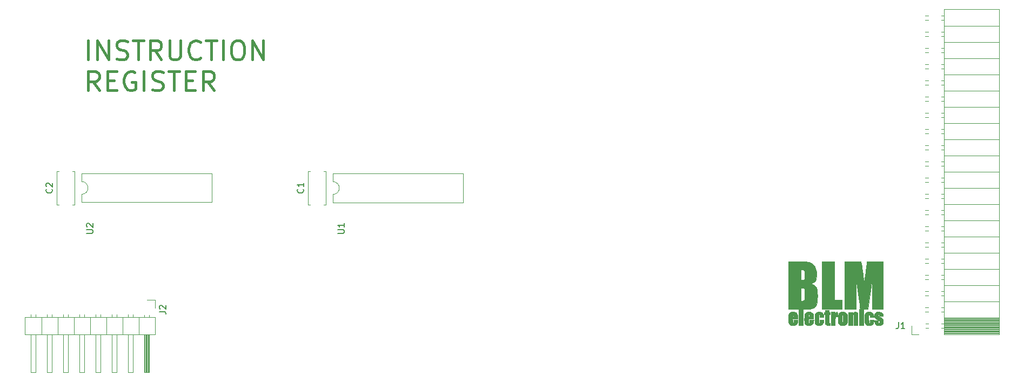
<source format=gbr>
%TF.GenerationSoftware,KiCad,Pcbnew,(6.0.1)*%
%TF.CreationDate,2022-03-28T18:22:40+02:00*%
%TF.ProjectId,InstructionRegister,496e7374-7275-4637-9469-6f6e52656769,rev?*%
%TF.SameCoordinates,Original*%
%TF.FileFunction,Legend,Top*%
%TF.FilePolarity,Positive*%
%FSLAX46Y46*%
G04 Gerber Fmt 4.6, Leading zero omitted, Abs format (unit mm)*
G04 Created by KiCad (PCBNEW (6.0.1)) date 2022-03-28 18:22:40*
%MOMM*%
%LPD*%
G01*
G04 APERTURE LIST*
%ADD10C,0.450000*%
%ADD11C,0.150000*%
%ADD12C,0.120000*%
%ADD13C,0.010000*%
G04 APERTURE END LIST*
D10*
X35296785Y-33232142D02*
X35296785Y-30232142D01*
X36725357Y-33232142D02*
X36725357Y-30232142D01*
X38439642Y-33232142D01*
X38439642Y-30232142D01*
X39725357Y-33089285D02*
X40153928Y-33232142D01*
X40868214Y-33232142D01*
X41153928Y-33089285D01*
X41296785Y-32946428D01*
X41439642Y-32660714D01*
X41439642Y-32375000D01*
X41296785Y-32089285D01*
X41153928Y-31946428D01*
X40868214Y-31803571D01*
X40296785Y-31660714D01*
X40011071Y-31517857D01*
X39868214Y-31375000D01*
X39725357Y-31089285D01*
X39725357Y-30803571D01*
X39868214Y-30517857D01*
X40011071Y-30375000D01*
X40296785Y-30232142D01*
X41011071Y-30232142D01*
X41439642Y-30375000D01*
X42296785Y-30232142D02*
X44011071Y-30232142D01*
X43153928Y-33232142D02*
X43153928Y-30232142D01*
X46725357Y-33232142D02*
X45725357Y-31803571D01*
X45011071Y-33232142D02*
X45011071Y-30232142D01*
X46153928Y-30232142D01*
X46439642Y-30375000D01*
X46582500Y-30517857D01*
X46725357Y-30803571D01*
X46725357Y-31232142D01*
X46582500Y-31517857D01*
X46439642Y-31660714D01*
X46153928Y-31803571D01*
X45011071Y-31803571D01*
X48011071Y-30232142D02*
X48011071Y-32660714D01*
X48153928Y-32946428D01*
X48296785Y-33089285D01*
X48582500Y-33232142D01*
X49153928Y-33232142D01*
X49439642Y-33089285D01*
X49582500Y-32946428D01*
X49725357Y-32660714D01*
X49725357Y-30232142D01*
X52868214Y-32946428D02*
X52725357Y-33089285D01*
X52296785Y-33232142D01*
X52011071Y-33232142D01*
X51582500Y-33089285D01*
X51296785Y-32803571D01*
X51153928Y-32517857D01*
X51011071Y-31946428D01*
X51011071Y-31517857D01*
X51153928Y-30946428D01*
X51296785Y-30660714D01*
X51582500Y-30375000D01*
X52011071Y-30232142D01*
X52296785Y-30232142D01*
X52725357Y-30375000D01*
X52868214Y-30517857D01*
X53725357Y-30232142D02*
X55439642Y-30232142D01*
X54582500Y-33232142D02*
X54582500Y-30232142D01*
X56439642Y-33232142D02*
X56439642Y-30232142D01*
X58439642Y-30232142D02*
X59011071Y-30232142D01*
X59296785Y-30375000D01*
X59582500Y-30660714D01*
X59725357Y-31232142D01*
X59725357Y-32232142D01*
X59582500Y-32803571D01*
X59296785Y-33089285D01*
X59011071Y-33232142D01*
X58439642Y-33232142D01*
X58153928Y-33089285D01*
X57868214Y-32803571D01*
X57725357Y-32232142D01*
X57725357Y-31232142D01*
X57868214Y-30660714D01*
X58153928Y-30375000D01*
X58439642Y-30232142D01*
X61011071Y-33232142D02*
X61011071Y-30232142D01*
X62725357Y-33232142D01*
X62725357Y-30232142D01*
X37011071Y-38062142D02*
X36011071Y-36633571D01*
X35296785Y-38062142D02*
X35296785Y-35062142D01*
X36439642Y-35062142D01*
X36725357Y-35205000D01*
X36868214Y-35347857D01*
X37011071Y-35633571D01*
X37011071Y-36062142D01*
X36868214Y-36347857D01*
X36725357Y-36490714D01*
X36439642Y-36633571D01*
X35296785Y-36633571D01*
X38296785Y-36490714D02*
X39296785Y-36490714D01*
X39725357Y-38062142D02*
X38296785Y-38062142D01*
X38296785Y-35062142D01*
X39725357Y-35062142D01*
X42582500Y-35205000D02*
X42296785Y-35062142D01*
X41868214Y-35062142D01*
X41439642Y-35205000D01*
X41153928Y-35490714D01*
X41011071Y-35776428D01*
X40868214Y-36347857D01*
X40868214Y-36776428D01*
X41011071Y-37347857D01*
X41153928Y-37633571D01*
X41439642Y-37919285D01*
X41868214Y-38062142D01*
X42153928Y-38062142D01*
X42582500Y-37919285D01*
X42725357Y-37776428D01*
X42725357Y-36776428D01*
X42153928Y-36776428D01*
X44011071Y-38062142D02*
X44011071Y-35062142D01*
X45296785Y-37919285D02*
X45725357Y-38062142D01*
X46439642Y-38062142D01*
X46725357Y-37919285D01*
X46868214Y-37776428D01*
X47011071Y-37490714D01*
X47011071Y-37205000D01*
X46868214Y-36919285D01*
X46725357Y-36776428D01*
X46439642Y-36633571D01*
X45868214Y-36490714D01*
X45582500Y-36347857D01*
X45439642Y-36205000D01*
X45296785Y-35919285D01*
X45296785Y-35633571D01*
X45439642Y-35347857D01*
X45582500Y-35205000D01*
X45868214Y-35062142D01*
X46582500Y-35062142D01*
X47011071Y-35205000D01*
X47868214Y-35062142D02*
X49582500Y-35062142D01*
X48725357Y-38062142D02*
X48725357Y-35062142D01*
X50582500Y-36490714D02*
X51582500Y-36490714D01*
X52011071Y-38062142D02*
X50582500Y-38062142D01*
X50582500Y-35062142D01*
X52011071Y-35062142D01*
X55011071Y-38062142D02*
X54011071Y-36633571D01*
X53296785Y-38062142D02*
X53296785Y-35062142D01*
X54439642Y-35062142D01*
X54725357Y-35205000D01*
X54868214Y-35347857D01*
X55011071Y-35633571D01*
X55011071Y-36062142D01*
X54868214Y-36347857D01*
X54725357Y-36490714D01*
X54439642Y-36633571D01*
X53296785Y-36633571D01*
D11*
%TO.C,C2*%
X29567142Y-53506666D02*
X29614761Y-53554285D01*
X29662380Y-53697142D01*
X29662380Y-53792380D01*
X29614761Y-53935238D01*
X29519523Y-54030476D01*
X29424285Y-54078095D01*
X29233809Y-54125714D01*
X29090952Y-54125714D01*
X28900476Y-54078095D01*
X28805238Y-54030476D01*
X28710000Y-53935238D01*
X28662380Y-53792380D01*
X28662380Y-53697142D01*
X28710000Y-53554285D01*
X28757619Y-53506666D01*
X28757619Y-53125714D02*
X28710000Y-53078095D01*
X28662380Y-52982857D01*
X28662380Y-52744761D01*
X28710000Y-52649523D01*
X28757619Y-52601904D01*
X28852857Y-52554285D01*
X28948095Y-52554285D01*
X29090952Y-52601904D01*
X29662380Y-53173333D01*
X29662380Y-52554285D01*
%TO.C,C1*%
X68937142Y-53506666D02*
X68984761Y-53554285D01*
X69032380Y-53697142D01*
X69032380Y-53792380D01*
X68984761Y-53935238D01*
X68889523Y-54030476D01*
X68794285Y-54078095D01*
X68603809Y-54125714D01*
X68460952Y-54125714D01*
X68270476Y-54078095D01*
X68175238Y-54030476D01*
X68080000Y-53935238D01*
X68032380Y-53792380D01*
X68032380Y-53697142D01*
X68080000Y-53554285D01*
X68127619Y-53506666D01*
X69032380Y-52554285D02*
X69032380Y-53125714D01*
X69032380Y-52840000D02*
X68032380Y-52840000D01*
X68175238Y-52935238D01*
X68270476Y-53030476D01*
X68318095Y-53125714D01*
%TO.C,U1*%
X74382380Y-60451904D02*
X75191904Y-60451904D01*
X75287142Y-60404285D01*
X75334761Y-60356666D01*
X75382380Y-60261428D01*
X75382380Y-60070952D01*
X75334761Y-59975714D01*
X75287142Y-59928095D01*
X75191904Y-59880476D01*
X74382380Y-59880476D01*
X75382380Y-58880476D02*
X75382380Y-59451904D01*
X75382380Y-59166190D02*
X74382380Y-59166190D01*
X74525238Y-59261428D01*
X74620476Y-59356666D01*
X74668095Y-59451904D01*
%TO.C,J2*%
X46442380Y-72723333D02*
X47156666Y-72723333D01*
X47299523Y-72770952D01*
X47394761Y-72866190D01*
X47442380Y-73009047D01*
X47442380Y-73104285D01*
X46537619Y-72294761D02*
X46490000Y-72247142D01*
X46442380Y-72151904D01*
X46442380Y-71913809D01*
X46490000Y-71818571D01*
X46537619Y-71770952D01*
X46632857Y-71723333D01*
X46728095Y-71723333D01*
X46870952Y-71770952D01*
X47442380Y-72342380D01*
X47442380Y-71723333D01*
%TO.C,J1*%
X162226666Y-74382380D02*
X162226666Y-75096666D01*
X162179047Y-75239523D01*
X162083809Y-75334761D01*
X161940952Y-75382380D01*
X161845714Y-75382380D01*
X163226666Y-75382380D02*
X162655238Y-75382380D01*
X162940952Y-75382380D02*
X162940952Y-74382380D01*
X162845714Y-74525238D01*
X162750476Y-74620476D01*
X162655238Y-74668095D01*
%TO.C,U2*%
X35012380Y-60451904D02*
X35821904Y-60451904D01*
X35917142Y-60404285D01*
X35964761Y-60356666D01*
X36012380Y-60261428D01*
X36012380Y-60070952D01*
X35964761Y-59975714D01*
X35917142Y-59928095D01*
X35821904Y-59880476D01*
X35012380Y-59880476D01*
X35107619Y-59451904D02*
X35060000Y-59404285D01*
X35012380Y-59309047D01*
X35012380Y-59070952D01*
X35060000Y-58975714D01*
X35107619Y-58928095D01*
X35202857Y-58880476D01*
X35298095Y-58880476D01*
X35440952Y-58928095D01*
X36012380Y-59499523D01*
X36012380Y-58880476D01*
D12*
%TO.C,C2*%
X30695000Y-50720000D02*
X30380000Y-50720000D01*
X33120000Y-50720000D02*
X33120000Y-55960000D01*
X33120000Y-50720000D02*
X32805000Y-50720000D01*
X30695000Y-55960000D02*
X30380000Y-55960000D01*
X33120000Y-55960000D02*
X32805000Y-55960000D01*
X30380000Y-50720000D02*
X30380000Y-55960000D01*
%TO.C,C1*%
X72490000Y-50760000D02*
X72490000Y-56000000D01*
X70065000Y-50760000D02*
X69750000Y-50760000D01*
X72490000Y-50760000D02*
X72175000Y-50760000D01*
X69750000Y-50760000D02*
X69750000Y-56000000D01*
X72490000Y-56000000D02*
X72175000Y-56000000D01*
X70065000Y-56000000D02*
X69750000Y-56000000D01*
%TO.C,U1*%
X73615000Y-55605000D02*
X94055000Y-55605000D01*
X73615000Y-51105000D02*
X73615000Y-52355000D01*
X94055000Y-55605000D02*
X94055000Y-51105000D01*
X73615000Y-54355000D02*
X73615000Y-55605000D01*
X94055000Y-51105000D02*
X73615000Y-51105000D01*
X73615000Y-54355000D02*
G75*
G03*
X73615000Y-52355000I0J1000000D01*
G01*
%TO.C,J2*%
X44290000Y-76260000D02*
X44290000Y-82260000D01*
X25340000Y-73600000D02*
X25340000Y-76260000D01*
X34670000Y-76260000D02*
X34670000Y-82260000D01*
X29590000Y-73202929D02*
X29590000Y-73600000D01*
X29590000Y-82260000D02*
X28830000Y-82260000D01*
X41530000Y-82260000D02*
X41530000Y-76260000D01*
X44770000Y-76260000D02*
X44770000Y-82260000D01*
X45720000Y-70890000D02*
X45720000Y-72160000D01*
X37210000Y-73202929D02*
X37210000Y-73600000D01*
X27050000Y-76260000D02*
X27050000Y-82260000D01*
X26290000Y-82260000D02*
X26290000Y-76260000D01*
X38990000Y-82260000D02*
X38990000Y-76260000D01*
X34670000Y-82260000D02*
X33910000Y-82260000D01*
X33020000Y-73600000D02*
X33020000Y-76260000D01*
X27050000Y-73202929D02*
X27050000Y-73600000D01*
X44650000Y-76260000D02*
X44650000Y-82260000D01*
X32130000Y-76260000D02*
X32130000Y-82260000D01*
X44170000Y-76260000D02*
X44170000Y-82260000D01*
X31370000Y-73202929D02*
X31370000Y-73600000D01*
X39750000Y-82260000D02*
X38990000Y-82260000D01*
X29590000Y-76260000D02*
X29590000Y-82260000D01*
X39750000Y-73202929D02*
X39750000Y-73600000D01*
X38990000Y-73202929D02*
X38990000Y-73600000D01*
X37210000Y-82260000D02*
X36450000Y-82260000D01*
X44070000Y-82260000D02*
X44070000Y-76260000D01*
X44830000Y-76260000D02*
X44830000Y-82260000D01*
X45780000Y-76260000D02*
X45780000Y-73600000D01*
X32130000Y-73202929D02*
X32130000Y-73600000D01*
X34670000Y-73202929D02*
X34670000Y-73600000D01*
X28830000Y-73202929D02*
X28830000Y-73600000D01*
X44410000Y-76260000D02*
X44410000Y-82260000D01*
X44830000Y-73270000D02*
X44830000Y-73600000D01*
X44530000Y-76260000D02*
X44530000Y-82260000D01*
X44830000Y-82260000D02*
X44070000Y-82260000D01*
X26290000Y-73202929D02*
X26290000Y-73600000D01*
X30480000Y-73600000D02*
X30480000Y-76260000D01*
X36450000Y-82260000D02*
X36450000Y-76260000D01*
X33910000Y-82260000D02*
X33910000Y-76260000D01*
X25340000Y-76260000D02*
X45780000Y-76260000D01*
X42290000Y-76260000D02*
X42290000Y-82260000D01*
X31370000Y-82260000D02*
X31370000Y-76260000D01*
X42290000Y-73202929D02*
X42290000Y-73600000D01*
X27940000Y-73600000D02*
X27940000Y-76260000D01*
X45780000Y-73600000D02*
X25340000Y-73600000D01*
X40640000Y-73600000D02*
X40640000Y-76260000D01*
X44070000Y-73270000D02*
X44070000Y-73600000D01*
X37210000Y-76260000D02*
X37210000Y-82260000D01*
X41530000Y-73202929D02*
X41530000Y-73600000D01*
X43180000Y-73600000D02*
X43180000Y-76260000D01*
X44450000Y-70890000D02*
X45720000Y-70890000D01*
X33910000Y-73202929D02*
X33910000Y-73600000D01*
X38100000Y-73600000D02*
X38100000Y-76260000D01*
X35560000Y-73600000D02*
X35560000Y-76260000D01*
X42290000Y-82260000D02*
X41530000Y-82260000D01*
X27050000Y-82260000D02*
X26290000Y-82260000D01*
X28830000Y-82260000D02*
X28830000Y-76260000D01*
X36450000Y-73202929D02*
X36450000Y-73600000D01*
X39750000Y-76260000D02*
X39750000Y-82260000D01*
X32130000Y-82260000D02*
X31370000Y-82260000D01*
%TO.C,J1*%
X169400000Y-54250000D02*
X168990000Y-54250000D01*
X169400000Y-62590000D02*
X168990000Y-62590000D01*
X178030000Y-50800000D02*
X169400000Y-50800000D01*
X169400000Y-72030000D02*
X168990000Y-72030000D01*
X166890000Y-49890000D02*
X166450000Y-49890000D01*
X178030000Y-58420000D02*
X169400000Y-58420000D01*
X178030000Y-73778100D02*
X169400000Y-73778100D01*
X178030000Y-74250480D02*
X169400000Y-74250480D01*
X169400000Y-49890000D02*
X168990000Y-49890000D01*
X166890000Y-65130000D02*
X166450000Y-65130000D01*
X166890000Y-41550000D02*
X166450000Y-41550000D01*
X166890000Y-67670000D02*
X166450000Y-67670000D01*
X169400000Y-72750000D02*
X168990000Y-72750000D01*
X178030000Y-66040000D02*
X169400000Y-66040000D01*
X166890000Y-49170000D02*
X166450000Y-49170000D01*
X169400000Y-69490000D02*
X168990000Y-69490000D01*
X178030000Y-75077145D02*
X169400000Y-75077145D01*
X166890000Y-70210000D02*
X166450000Y-70210000D01*
X178030000Y-60960000D02*
X169400000Y-60960000D01*
X169400000Y-31390000D02*
X168990000Y-31390000D01*
X166890000Y-56790000D02*
X166450000Y-56790000D01*
X169400000Y-61870000D02*
X168990000Y-61870000D01*
X178030000Y-74132385D02*
X169400000Y-74132385D01*
X166890000Y-44810000D02*
X166450000Y-44810000D01*
X169400000Y-41550000D02*
X168990000Y-41550000D01*
X178030000Y-33020000D02*
X169400000Y-33020000D01*
X178030000Y-30480000D02*
X169400000Y-30480000D01*
X178030000Y-74486670D02*
X169400000Y-74486670D01*
X178030000Y-73660000D02*
X169400000Y-73660000D01*
X166890000Y-54250000D02*
X166450000Y-54250000D01*
X164290000Y-76260000D02*
X164290000Y-74930000D01*
X166890000Y-64410000D02*
X166450000Y-64410000D01*
X178030000Y-48260000D02*
X169400000Y-48260000D01*
X178030000Y-75195240D02*
X169400000Y-75195240D01*
X169400000Y-56790000D02*
X168990000Y-56790000D01*
X178030000Y-74959050D02*
X169400000Y-74959050D01*
X178030000Y-25340000D02*
X169400000Y-25340000D01*
X166890000Y-39010000D02*
X166450000Y-39010000D01*
X166890000Y-26310000D02*
X166450000Y-26310000D01*
X169400000Y-49170000D02*
X168990000Y-49170000D01*
X178030000Y-27940000D02*
X169400000Y-27940000D01*
X169400000Y-34650000D02*
X168990000Y-34650000D01*
X178030000Y-75431430D02*
X169400000Y-75431430D01*
X178030000Y-76140000D02*
X169400000Y-76140000D01*
X166890000Y-29570000D02*
X166450000Y-29570000D01*
X166890000Y-54970000D02*
X166450000Y-54970000D01*
X178030000Y-53340000D02*
X169400000Y-53340000D01*
X178030000Y-75549525D02*
X169400000Y-75549525D01*
X178030000Y-76021905D02*
X169400000Y-76021905D01*
X166890000Y-47350000D02*
X166450000Y-47350000D01*
X178030000Y-74014290D02*
X169400000Y-74014290D01*
X169400000Y-28850000D02*
X168990000Y-28850000D01*
X166890000Y-39730000D02*
X166450000Y-39730000D01*
X169400000Y-32110000D02*
X168990000Y-32110000D01*
X166890000Y-51710000D02*
X166450000Y-51710000D01*
X169400000Y-26310000D02*
X168990000Y-26310000D01*
X169400000Y-36470000D02*
X168990000Y-36470000D01*
X166890000Y-59330000D02*
X166450000Y-59330000D01*
X166890000Y-74570000D02*
X166510000Y-74570000D01*
X169400000Y-64410000D02*
X168990000Y-64410000D01*
X166890000Y-66950000D02*
X166450000Y-66950000D01*
X166890000Y-34650000D02*
X166450000Y-34650000D01*
X169400000Y-37190000D02*
X168990000Y-37190000D01*
X169400000Y-76260000D02*
X169400000Y-25340000D01*
X169400000Y-44090000D02*
X168990000Y-44090000D01*
X169400000Y-44810000D02*
X168990000Y-44810000D01*
X169400000Y-66950000D02*
X168990000Y-66950000D01*
X166890000Y-36470000D02*
X166450000Y-36470000D01*
X178030000Y-75313335D02*
X169400000Y-75313335D01*
X169400000Y-59330000D02*
X168990000Y-59330000D01*
X178030000Y-45720000D02*
X169400000Y-45720000D01*
X165400000Y-76260000D02*
X164290000Y-76260000D01*
X178030000Y-74722860D02*
X169400000Y-74722860D01*
X166890000Y-44090000D02*
X166450000Y-44090000D01*
X166890000Y-52430000D02*
X166450000Y-52430000D01*
X169400000Y-60050000D02*
X168990000Y-60050000D01*
X166890000Y-28850000D02*
X166450000Y-28850000D01*
X166890000Y-31390000D02*
X166450000Y-31390000D01*
X169400000Y-74570000D02*
X168990000Y-74570000D01*
X178030000Y-75667620D02*
X169400000Y-75667620D01*
X169400000Y-75290000D02*
X168990000Y-75290000D01*
X178030000Y-55880000D02*
X169400000Y-55880000D01*
X178030000Y-43180000D02*
X169400000Y-43180000D01*
X169400000Y-29570000D02*
X168990000Y-29570000D01*
X166890000Y-72030000D02*
X166450000Y-72030000D01*
X178030000Y-35560000D02*
X169400000Y-35560000D01*
X166890000Y-72750000D02*
X166450000Y-72750000D01*
X178030000Y-38100000D02*
X169400000Y-38100000D01*
X169400000Y-39730000D02*
X168990000Y-39730000D01*
X178030000Y-74604765D02*
X169400000Y-74604765D01*
X166890000Y-33930000D02*
X166450000Y-33930000D01*
X166890000Y-62590000D02*
X166450000Y-62590000D01*
X178030000Y-71120000D02*
X169400000Y-71120000D01*
X178030000Y-76260000D02*
X178030000Y-25340000D01*
X178030000Y-76260000D02*
X169400000Y-76260000D01*
X169400000Y-54970000D02*
X168990000Y-54970000D01*
X169400000Y-70210000D02*
X168990000Y-70210000D01*
X166890000Y-32110000D02*
X166450000Y-32110000D01*
X166890000Y-61870000D02*
X166450000Y-61870000D01*
X178030000Y-63500000D02*
X169400000Y-63500000D01*
X178030000Y-74368575D02*
X169400000Y-74368575D01*
X178030000Y-75903810D02*
X169400000Y-75903810D01*
X169400000Y-33930000D02*
X168990000Y-33930000D01*
X178030000Y-73896195D02*
X169400000Y-73896195D01*
X169400000Y-57510000D02*
X168990000Y-57510000D01*
X169400000Y-67670000D02*
X168990000Y-67670000D01*
X166890000Y-42270000D02*
X166450000Y-42270000D01*
X169400000Y-65130000D02*
X168990000Y-65130000D01*
X166890000Y-37190000D02*
X166450000Y-37190000D01*
X169400000Y-52430000D02*
X168990000Y-52430000D01*
X166890000Y-69490000D02*
X166450000Y-69490000D01*
X169400000Y-46630000D02*
X168990000Y-46630000D01*
X169400000Y-27030000D02*
X168990000Y-27030000D01*
X169400000Y-39010000D02*
X168990000Y-39010000D01*
X166890000Y-57510000D02*
X166450000Y-57510000D01*
X169400000Y-42270000D02*
X168990000Y-42270000D01*
X166890000Y-46630000D02*
X166450000Y-46630000D01*
X166890000Y-27030000D02*
X166450000Y-27030000D01*
X166890000Y-75290000D02*
X166510000Y-75290000D01*
X178030000Y-68580000D02*
X169400000Y-68580000D01*
X166890000Y-60050000D02*
X166450000Y-60050000D01*
X169400000Y-51710000D02*
X168990000Y-51710000D01*
X178030000Y-75785715D02*
X169400000Y-75785715D01*
X178030000Y-74840955D02*
X169400000Y-74840955D01*
X178030000Y-40640000D02*
X169400000Y-40640000D01*
X169400000Y-47350000D02*
X168990000Y-47350000D01*
%TO.C,U2*%
X34230000Y-51090000D02*
X34230000Y-52340000D01*
X34230000Y-54340000D02*
X34230000Y-55590000D01*
X54670000Y-51090000D02*
X34230000Y-51090000D01*
X34230000Y-55590000D02*
X54670000Y-55590000D01*
X54670000Y-55590000D02*
X54670000Y-51090000D01*
X34230000Y-54340000D02*
G75*
G03*
X34230000Y-52340000I0J1000000D01*
G01*
D13*
%TO.C,G\u002A\u002A\u002A*%
X156718000Y-74853800D02*
X156083000Y-74853800D01*
X156083000Y-74853800D02*
X156083000Y-72771000D01*
X156083000Y-72771000D02*
X156718000Y-72771000D01*
X156718000Y-72771000D02*
X156718000Y-74853800D01*
X156718000Y-74853800D02*
X156718000Y-74853800D01*
G36*
X156718000Y-74853800D02*
G01*
X156083000Y-74853800D01*
X156083000Y-72771000D01*
X156718000Y-72771000D01*
X156718000Y-74853800D01*
G37*
X156718000Y-74853800D02*
X156083000Y-74853800D01*
X156083000Y-72771000D01*
X156718000Y-72771000D01*
X156718000Y-74853800D01*
X152171400Y-70840600D02*
X153365200Y-70840600D01*
X153365200Y-70840600D02*
X153365200Y-72339200D01*
X153365200Y-72339200D02*
X150215600Y-72339200D01*
X150215600Y-72339200D02*
X150215600Y-64846200D01*
X150215600Y-64846200D02*
X152171400Y-64846200D01*
X152171400Y-64846200D02*
X152171400Y-70840600D01*
X152171400Y-70840600D02*
X152171400Y-70840600D01*
G36*
X152171400Y-70840600D02*
G01*
X153365200Y-70840600D01*
X153365200Y-72339200D01*
X150215600Y-72339200D01*
X150215600Y-64846200D01*
X152171400Y-64846200D01*
X152171400Y-70840600D01*
G37*
X152171400Y-70840600D02*
X153365200Y-70840600D01*
X153365200Y-72339200D01*
X150215600Y-72339200D01*
X150215600Y-64846200D01*
X152171400Y-64846200D01*
X152171400Y-70840600D01*
X152639125Y-72770499D02*
X152647405Y-72843357D01*
X152647405Y-72843357D02*
X152652427Y-72961411D01*
X152652427Y-72961411D02*
X152654000Y-73110596D01*
X152654000Y-73110596D02*
X152654000Y-73475593D01*
X152654000Y-73475593D02*
X152536854Y-73488797D01*
X152536854Y-73488797D02*
X152435836Y-73513354D01*
X152435836Y-73513354D02*
X152365404Y-73556252D01*
X152365404Y-73556252D02*
X152348342Y-73575594D01*
X152348342Y-73575594D02*
X152335077Y-73599635D01*
X152335077Y-73599635D02*
X152324959Y-73634878D01*
X152324959Y-73634878D02*
X152317337Y-73687826D01*
X152317337Y-73687826D02*
X152311560Y-73764981D01*
X152311560Y-73764981D02*
X152306978Y-73872845D01*
X152306978Y-73872845D02*
X152302940Y-74017920D01*
X152302940Y-74017920D02*
X152298795Y-74206709D01*
X152298795Y-74206709D02*
X152298400Y-74225801D01*
X152298400Y-74225801D02*
X152285700Y-74841100D01*
X152285700Y-74841100D02*
X151974550Y-74848231D01*
X151974550Y-74848231D02*
X151663400Y-74855363D01*
X151663400Y-74855363D02*
X151663400Y-72771000D01*
X151663400Y-72771000D02*
X152273000Y-72771000D01*
X152273000Y-72771000D02*
X152273000Y-73001367D01*
X152273000Y-73001367D02*
X152355153Y-72907800D01*
X152355153Y-72907800D02*
X152431526Y-72837310D01*
X152431526Y-72837310D02*
X152518873Y-72780917D01*
X152518873Y-72780917D02*
X152599566Y-72749107D01*
X152599566Y-72749107D02*
X152627784Y-72745600D01*
X152627784Y-72745600D02*
X152639125Y-72770499D01*
X152639125Y-72770499D02*
X152639125Y-72770499D01*
G36*
X152639125Y-72770499D02*
G01*
X152647405Y-72843357D01*
X152652427Y-72961411D01*
X152654000Y-73110596D01*
X152654000Y-73475593D01*
X152536854Y-73488797D01*
X152435836Y-73513354D01*
X152365404Y-73556252D01*
X152348342Y-73575594D01*
X152335077Y-73599635D01*
X152324959Y-73634878D01*
X152317337Y-73687826D01*
X152311560Y-73764981D01*
X152306978Y-73872845D01*
X152302940Y-74017920D01*
X152298795Y-74206709D01*
X152298400Y-74225801D01*
X152285700Y-74841100D01*
X151974550Y-74848231D01*
X151663400Y-74855363D01*
X151663400Y-72771000D01*
X152273000Y-72771000D01*
X152273000Y-73001367D01*
X152355153Y-72907800D01*
X152431526Y-72837310D01*
X152518873Y-72780917D01*
X152599566Y-72749107D01*
X152627784Y-72745600D01*
X152639125Y-72770499D01*
G37*
X152639125Y-72770499D02*
X152647405Y-72843357D01*
X152652427Y-72961411D01*
X152654000Y-73110596D01*
X152654000Y-73475593D01*
X152536854Y-73488797D01*
X152435836Y-73513354D01*
X152365404Y-73556252D01*
X152348342Y-73575594D01*
X152335077Y-73599635D01*
X152324959Y-73634878D01*
X152317337Y-73687826D01*
X152311560Y-73764981D01*
X152306978Y-73872845D01*
X152302940Y-74017920D01*
X152298795Y-74206709D01*
X152298400Y-74225801D01*
X152285700Y-74841100D01*
X151974550Y-74848231D01*
X151663400Y-74855363D01*
X151663400Y-72771000D01*
X152273000Y-72771000D01*
X152273000Y-73001367D01*
X152355153Y-72907800D01*
X152431526Y-72837310D01*
X152518873Y-72780917D01*
X152599566Y-72749107D01*
X152627784Y-72745600D01*
X152639125Y-72770499D01*
X157783263Y-72760604D02*
X157967193Y-72818618D01*
X157967193Y-72818618D02*
X158007782Y-72838025D01*
X158007782Y-72838025D02*
X158118140Y-72905904D01*
X158118140Y-72905904D02*
X158200243Y-72986583D01*
X158200243Y-72986583D02*
X158259259Y-73089262D01*
X158259259Y-73089262D02*
X158300358Y-73223141D01*
X158300358Y-73223141D02*
X158328708Y-73397420D01*
X158328708Y-73397420D02*
X158330461Y-73412350D01*
X158330461Y-73412350D02*
X158347255Y-73558400D01*
X158347255Y-73558400D02*
X157734000Y-73558400D01*
X157734000Y-73558400D02*
X157734000Y-73382677D01*
X157734000Y-73382677D02*
X157731857Y-73287997D01*
X157731857Y-73287997D02*
X157726245Y-73210146D01*
X157726245Y-73210146D02*
X157718582Y-73166777D01*
X157718582Y-73166777D02*
X157683661Y-73134674D01*
X157683661Y-73134674D02*
X157630343Y-73128663D01*
X157630343Y-73128663D02*
X157583816Y-73148744D01*
X157583816Y-73148744D02*
X157571617Y-73166777D01*
X157571617Y-73166777D02*
X157565335Y-73208838D01*
X157565335Y-73208838D02*
X157560675Y-73292050D01*
X157560675Y-73292050D02*
X157557562Y-73407600D01*
X157557562Y-73407600D02*
X157555922Y-73546672D01*
X157555922Y-73546672D02*
X157555678Y-73700454D01*
X157555678Y-73700454D02*
X157556758Y-73860133D01*
X157556758Y-73860133D02*
X157559085Y-74016893D01*
X157559085Y-74016893D02*
X157562586Y-74161922D01*
X157562586Y-74161922D02*
X157567185Y-74286406D01*
X157567185Y-74286406D02*
X157572808Y-74381532D01*
X157572808Y-74381532D02*
X157579380Y-74438484D01*
X157579380Y-74438484D02*
X157582493Y-74449069D01*
X157582493Y-74449069D02*
X157623854Y-74486254D01*
X157623854Y-74486254D02*
X157679763Y-74496873D01*
X157679763Y-74496873D02*
X157728334Y-74479712D01*
X157728334Y-74479712D02*
X157743982Y-74458022D01*
X157743982Y-74458022D02*
X157751115Y-74415012D01*
X157751115Y-74415012D02*
X157756499Y-74336048D01*
X157756499Y-74336048D02*
X157759231Y-74235970D01*
X157759231Y-74235970D02*
X157759400Y-74204022D01*
X157759400Y-74204022D02*
X157759400Y-73990200D01*
X157759400Y-73990200D02*
X158344788Y-73990200D01*
X158344788Y-73990200D02*
X158328483Y-74199750D01*
X158328483Y-74199750D02*
X158315050Y-74313835D01*
X158315050Y-74313835D02*
X158294564Y-74422446D01*
X158294564Y-74422446D02*
X158271119Y-74504506D01*
X158271119Y-74504506D02*
X158267622Y-74513170D01*
X158267622Y-74513170D02*
X158183399Y-74650979D01*
X158183399Y-74650979D02*
X158065462Y-74761587D01*
X158065462Y-74761587D02*
X157925682Y-74834220D01*
X157925682Y-74834220D02*
X157907385Y-74840057D01*
X157907385Y-74840057D02*
X157769145Y-74867021D01*
X157769145Y-74867021D02*
X157611272Y-74876101D01*
X157611272Y-74876101D02*
X157456676Y-74867188D01*
X157456676Y-74867188D02*
X157336229Y-74842753D01*
X157336229Y-74842753D02*
X157199060Y-74782989D01*
X157199060Y-74782989D02*
X157095356Y-74695398D01*
X157095356Y-74695398D02*
X157012858Y-74569305D01*
X157012858Y-74569305D02*
X157005618Y-74554813D01*
X157005618Y-74554813D02*
X156981669Y-74504281D01*
X156981669Y-74504281D02*
X156963652Y-74458524D01*
X156963652Y-74458524D02*
X156950561Y-74409206D01*
X156950561Y-74409206D02*
X156941391Y-74347991D01*
X156941391Y-74347991D02*
X156935135Y-74266543D01*
X156935135Y-74266543D02*
X156930789Y-74156528D01*
X156930789Y-74156528D02*
X156927346Y-74009608D01*
X156927346Y-74009608D02*
X156925057Y-73887103D01*
X156925057Y-73887103D02*
X156922204Y-73664809D01*
X156922204Y-73664809D02*
X156923402Y-73486433D01*
X156923402Y-73486433D02*
X156929915Y-73345168D01*
X156929915Y-73345168D02*
X156943010Y-73234207D01*
X156943010Y-73234207D02*
X156963951Y-73146745D01*
X156963951Y-73146745D02*
X156994004Y-73075976D01*
X156994004Y-73075976D02*
X157034434Y-73015092D01*
X157034434Y-73015092D02*
X157086507Y-72957289D01*
X157086507Y-72957289D02*
X157100484Y-72943501D01*
X157100484Y-72943501D02*
X157244458Y-72837716D01*
X157244458Y-72837716D02*
X157412506Y-72771244D01*
X157412506Y-72771244D02*
X157595238Y-72745176D01*
X157595238Y-72745176D02*
X157783263Y-72760604D01*
X157783263Y-72760604D02*
X157783263Y-72760604D01*
G36*
X157783263Y-72760604D02*
G01*
X157967193Y-72818618D01*
X158007782Y-72838025D01*
X158118140Y-72905904D01*
X158200243Y-72986583D01*
X158259259Y-73089262D01*
X158300358Y-73223141D01*
X158328708Y-73397420D01*
X158330461Y-73412350D01*
X158347255Y-73558400D01*
X157734000Y-73558400D01*
X157734000Y-73382677D01*
X157731857Y-73287997D01*
X157726245Y-73210146D01*
X157718582Y-73166777D01*
X157683661Y-73134674D01*
X157630343Y-73128663D01*
X157583816Y-73148744D01*
X157571617Y-73166777D01*
X157565335Y-73208838D01*
X157560675Y-73292050D01*
X157557562Y-73407600D01*
X157555922Y-73546672D01*
X157555678Y-73700454D01*
X157556758Y-73860133D01*
X157559085Y-74016893D01*
X157562586Y-74161922D01*
X157567185Y-74286406D01*
X157572808Y-74381532D01*
X157579380Y-74438484D01*
X157582493Y-74449069D01*
X157623854Y-74486254D01*
X157679763Y-74496873D01*
X157728334Y-74479712D01*
X157743982Y-74458022D01*
X157751115Y-74415012D01*
X157756499Y-74336048D01*
X157759231Y-74235970D01*
X157759400Y-74204022D01*
X157759400Y-73990200D01*
X158344788Y-73990200D01*
X158328483Y-74199750D01*
X158315050Y-74313835D01*
X158294564Y-74422446D01*
X158271119Y-74504506D01*
X158267622Y-74513170D01*
X158183399Y-74650979D01*
X158065462Y-74761587D01*
X157925682Y-74834220D01*
X157907385Y-74840057D01*
X157769145Y-74867021D01*
X157611272Y-74876101D01*
X157456676Y-74867188D01*
X157336229Y-74842753D01*
X157199060Y-74782989D01*
X157095356Y-74695398D01*
X157012858Y-74569305D01*
X157005618Y-74554813D01*
X156981669Y-74504281D01*
X156963652Y-74458524D01*
X156950561Y-74409206D01*
X156941391Y-74347991D01*
X156935135Y-74266543D01*
X156930789Y-74156528D01*
X156927346Y-74009608D01*
X156925057Y-73887103D01*
X156922204Y-73664809D01*
X156923402Y-73486433D01*
X156929915Y-73345168D01*
X156943010Y-73234207D01*
X156963951Y-73146745D01*
X156994004Y-73075976D01*
X157034434Y-73015092D01*
X157086507Y-72957289D01*
X157100484Y-72943501D01*
X157244458Y-72837716D01*
X157412506Y-72771244D01*
X157595238Y-72745176D01*
X157783263Y-72760604D01*
G37*
X157783263Y-72760604D02*
X157967193Y-72818618D01*
X158007782Y-72838025D01*
X158118140Y-72905904D01*
X158200243Y-72986583D01*
X158259259Y-73089262D01*
X158300358Y-73223141D01*
X158328708Y-73397420D01*
X158330461Y-73412350D01*
X158347255Y-73558400D01*
X157734000Y-73558400D01*
X157734000Y-73382677D01*
X157731857Y-73287997D01*
X157726245Y-73210146D01*
X157718582Y-73166777D01*
X157683661Y-73134674D01*
X157630343Y-73128663D01*
X157583816Y-73148744D01*
X157571617Y-73166777D01*
X157565335Y-73208838D01*
X157560675Y-73292050D01*
X157557562Y-73407600D01*
X157555922Y-73546672D01*
X157555678Y-73700454D01*
X157556758Y-73860133D01*
X157559085Y-74016893D01*
X157562586Y-74161922D01*
X157567185Y-74286406D01*
X157572808Y-74381532D01*
X157579380Y-74438484D01*
X157582493Y-74449069D01*
X157623854Y-74486254D01*
X157679763Y-74496873D01*
X157728334Y-74479712D01*
X157743982Y-74458022D01*
X157751115Y-74415012D01*
X157756499Y-74336048D01*
X157759231Y-74235970D01*
X157759400Y-74204022D01*
X157759400Y-73990200D01*
X158344788Y-73990200D01*
X158328483Y-74199750D01*
X158315050Y-74313835D01*
X158294564Y-74422446D01*
X158271119Y-74504506D01*
X158267622Y-74513170D01*
X158183399Y-74650979D01*
X158065462Y-74761587D01*
X157925682Y-74834220D01*
X157907385Y-74840057D01*
X157769145Y-74867021D01*
X157611272Y-74876101D01*
X157456676Y-74867188D01*
X157336229Y-74842753D01*
X157199060Y-74782989D01*
X157095356Y-74695398D01*
X157012858Y-74569305D01*
X157005618Y-74554813D01*
X156981669Y-74504281D01*
X156963652Y-74458524D01*
X156950561Y-74409206D01*
X156941391Y-74347991D01*
X156935135Y-74266543D01*
X156930789Y-74156528D01*
X156927346Y-74009608D01*
X156925057Y-73887103D01*
X156922204Y-73664809D01*
X156923402Y-73486433D01*
X156929915Y-73345168D01*
X156943010Y-73234207D01*
X156963951Y-73146745D01*
X156994004Y-73075976D01*
X157034434Y-73015092D01*
X157086507Y-72957289D01*
X157100484Y-72943501D01*
X157244458Y-72837716D01*
X157412506Y-72771244D01*
X157595238Y-72745176D01*
X157783263Y-72760604D01*
X156422402Y-65271650D02*
X156439555Y-65384009D01*
X156439555Y-65384009D02*
X156462697Y-65539574D01*
X156462697Y-65539574D02*
X156490800Y-65731239D01*
X156490800Y-65731239D02*
X156522835Y-65951897D01*
X156522835Y-65951897D02*
X156557776Y-66194441D01*
X156557776Y-66194441D02*
X156594594Y-66451764D01*
X156594594Y-66451764D02*
X156632262Y-66716760D01*
X156632262Y-66716760D02*
X156667610Y-66967100D01*
X156667610Y-66967100D02*
X156710000Y-67267823D01*
X156710000Y-67267823D02*
X156745971Y-67521604D01*
X156745971Y-67521604D02*
X156776054Y-67731823D01*
X156776054Y-67731823D02*
X156800776Y-67901861D01*
X156800776Y-67901861D02*
X156820669Y-68035098D01*
X156820669Y-68035098D02*
X156836261Y-68134915D01*
X156836261Y-68134915D02*
X156848083Y-68204691D01*
X156848083Y-68204691D02*
X156856664Y-68247808D01*
X156856664Y-68247808D02*
X156862533Y-68267645D01*
X156862533Y-68267645D02*
X156866221Y-68267583D01*
X156866221Y-68267583D02*
X156868258Y-68251003D01*
X156868258Y-68251003D02*
X156868394Y-68248502D01*
X156868394Y-68248502D02*
X156872011Y-68214532D01*
X156872011Y-68214532D02*
X156881439Y-68135392D01*
X156881439Y-68135392D02*
X156896014Y-68016298D01*
X156896014Y-68016298D02*
X156915076Y-67862465D01*
X156915076Y-67862465D02*
X156937962Y-67679111D01*
X156937962Y-67679111D02*
X156964010Y-67471450D01*
X156964010Y-67471450D02*
X156992557Y-67244699D01*
X156992557Y-67244699D02*
X157022942Y-67004074D01*
X157022942Y-67004074D02*
X157054503Y-66754790D01*
X157054503Y-66754790D02*
X157086577Y-66502063D01*
X157086577Y-66502063D02*
X157118502Y-66251110D01*
X157118502Y-66251110D02*
X157149616Y-66007147D01*
X157149616Y-66007147D02*
X157179257Y-65775388D01*
X157179257Y-65775388D02*
X157206763Y-65561051D01*
X157206763Y-65561051D02*
X157231471Y-65369351D01*
X157231471Y-65369351D02*
X157252720Y-65205504D01*
X157252720Y-65205504D02*
X157269847Y-65074727D01*
X157269847Y-65074727D02*
X157282191Y-64982234D01*
X157282191Y-64982234D02*
X157289088Y-64933242D01*
X157289088Y-64933242D02*
X157289822Y-64928749D01*
X157289822Y-64928749D02*
X157304501Y-64846200D01*
X157304501Y-64846200D02*
X159842200Y-64846200D01*
X159842200Y-64846200D02*
X159842200Y-72339200D01*
X159842200Y-72339200D02*
X158140400Y-72339200D01*
X158140400Y-72339200D02*
X158136940Y-69869050D01*
X158136940Y-69869050D02*
X158136334Y-69521168D01*
X158136334Y-69521168D02*
X158135524Y-69189142D01*
X158135524Y-69189142D02*
X158134529Y-68876300D01*
X158134529Y-68876300D02*
X158133373Y-68585976D01*
X158133373Y-68585976D02*
X158132075Y-68321498D01*
X158132075Y-68321498D02*
X158130657Y-68086200D01*
X158130657Y-68086200D02*
X158129139Y-67883411D01*
X158129139Y-67883411D02*
X158127545Y-67716464D01*
X158127545Y-67716464D02*
X158125893Y-67588688D01*
X158125893Y-67588688D02*
X158124206Y-67503415D01*
X158124206Y-67503415D02*
X158122504Y-67463976D01*
X158122504Y-67463976D02*
X158121670Y-67462400D01*
X158121670Y-67462400D02*
X158116649Y-67496240D01*
X158116649Y-67496240D02*
X158105356Y-67576855D01*
X158105356Y-67576855D02*
X158088277Y-67700670D01*
X158088277Y-67700670D02*
X158065896Y-67864110D01*
X158065896Y-67864110D02*
X158038700Y-68063601D01*
X158038700Y-68063601D02*
X158007174Y-68295568D01*
X158007174Y-68295568D02*
X157971804Y-68556438D01*
X157971804Y-68556438D02*
X157933075Y-68842635D01*
X157933075Y-68842635D02*
X157891473Y-69150586D01*
X157891473Y-69150586D02*
X157847484Y-69476716D01*
X157847484Y-69476716D02*
X157801593Y-69817451D01*
X157801593Y-69817451D02*
X157786960Y-69926200D01*
X157786960Y-69926200D02*
X157464062Y-72326500D01*
X157464062Y-72326500D02*
X156718000Y-72340558D01*
X156718000Y-72340558D02*
X156718000Y-72669400D01*
X156718000Y-72669400D02*
X156083000Y-72669400D01*
X156083000Y-72669400D02*
X156083000Y-72339200D01*
X156083000Y-72339200D02*
X156159200Y-72339200D01*
X156159200Y-72339200D02*
X156214525Y-72329863D01*
X156214525Y-72329863D02*
X156236289Y-72307450D01*
X156236289Y-72307450D02*
X156232853Y-72278217D01*
X156232853Y-72278217D02*
X156222619Y-72202271D01*
X156222619Y-72202271D02*
X156206095Y-72083170D01*
X156206095Y-72083170D02*
X156183787Y-71924472D01*
X156183787Y-71924472D02*
X156156203Y-71729735D01*
X156156203Y-71729735D02*
X156123848Y-71502518D01*
X156123848Y-71502518D02*
X156087231Y-71246380D01*
X156087231Y-71246380D02*
X156046858Y-70964878D01*
X156046858Y-70964878D02*
X156003235Y-70661572D01*
X156003235Y-70661572D02*
X155956871Y-70340019D01*
X155956871Y-70340019D02*
X155908270Y-70003779D01*
X155908270Y-70003779D02*
X155899739Y-69944837D01*
X155899739Y-69944837D02*
X155562300Y-67613974D01*
X155562300Y-67613974D02*
X155536900Y-72326500D01*
X155536900Y-72326500D02*
X154679650Y-72333187D01*
X154679650Y-72333187D02*
X153822400Y-72339875D01*
X153822400Y-72339875D02*
X153822400Y-64846200D01*
X153822400Y-64846200D02*
X156355897Y-64846200D01*
X156355897Y-64846200D02*
X156422402Y-65271650D01*
X156422402Y-65271650D02*
X156422402Y-65271650D01*
G36*
X156422402Y-65271650D02*
G01*
X156439555Y-65384009D01*
X156462697Y-65539574D01*
X156490800Y-65731239D01*
X156522835Y-65951897D01*
X156557776Y-66194441D01*
X156594594Y-66451764D01*
X156632262Y-66716760D01*
X156667610Y-66967100D01*
X156710000Y-67267823D01*
X156745971Y-67521604D01*
X156776054Y-67731823D01*
X156800776Y-67901861D01*
X156820669Y-68035098D01*
X156836261Y-68134915D01*
X156848083Y-68204691D01*
X156856664Y-68247808D01*
X156862533Y-68267645D01*
X156866221Y-68267583D01*
X156868258Y-68251003D01*
X156868394Y-68248502D01*
X156872011Y-68214532D01*
X156881439Y-68135392D01*
X156896014Y-68016298D01*
X156915076Y-67862465D01*
X156937962Y-67679111D01*
X156964010Y-67471450D01*
X156992557Y-67244699D01*
X157022942Y-67004074D01*
X157054503Y-66754790D01*
X157086577Y-66502063D01*
X157118502Y-66251110D01*
X157149616Y-66007147D01*
X157179257Y-65775388D01*
X157206763Y-65561051D01*
X157231471Y-65369351D01*
X157252720Y-65205504D01*
X157269847Y-65074727D01*
X157282191Y-64982234D01*
X157289088Y-64933242D01*
X157289822Y-64928749D01*
X157304501Y-64846200D01*
X159842200Y-64846200D01*
X159842200Y-72339200D01*
X158140400Y-72339200D01*
X158136940Y-69869050D01*
X158136334Y-69521168D01*
X158135524Y-69189142D01*
X158134529Y-68876300D01*
X158133373Y-68585976D01*
X158132075Y-68321498D01*
X158130657Y-68086200D01*
X158129139Y-67883411D01*
X158127545Y-67716464D01*
X158125893Y-67588688D01*
X158124206Y-67503415D01*
X158122504Y-67463976D01*
X158121670Y-67462400D01*
X158116649Y-67496240D01*
X158105356Y-67576855D01*
X158088277Y-67700670D01*
X158065896Y-67864110D01*
X158038700Y-68063601D01*
X158007174Y-68295568D01*
X157971804Y-68556438D01*
X157933075Y-68842635D01*
X157891473Y-69150586D01*
X157847484Y-69476716D01*
X157801593Y-69817451D01*
X157786960Y-69926200D01*
X157464062Y-72326500D01*
X156718000Y-72340558D01*
X156718000Y-72669400D01*
X156083000Y-72669400D01*
X156083000Y-72339200D01*
X156159200Y-72339200D01*
X156214525Y-72329863D01*
X156236289Y-72307450D01*
X156232853Y-72278217D01*
X156222619Y-72202271D01*
X156206095Y-72083170D01*
X156183787Y-71924472D01*
X156156203Y-71729735D01*
X156123848Y-71502518D01*
X156087231Y-71246380D01*
X156046858Y-70964878D01*
X156003235Y-70661572D01*
X155956871Y-70340019D01*
X155908270Y-70003779D01*
X155899739Y-69944837D01*
X155562300Y-67613974D01*
X155536900Y-72326500D01*
X154679650Y-72333187D01*
X153822400Y-72339875D01*
X153822400Y-64846200D01*
X156355897Y-64846200D01*
X156422402Y-65271650D01*
G37*
X156422402Y-65271650D02*
X156439555Y-65384009D01*
X156462697Y-65539574D01*
X156490800Y-65731239D01*
X156522835Y-65951897D01*
X156557776Y-66194441D01*
X156594594Y-66451764D01*
X156632262Y-66716760D01*
X156667610Y-66967100D01*
X156710000Y-67267823D01*
X156745971Y-67521604D01*
X156776054Y-67731823D01*
X156800776Y-67901861D01*
X156820669Y-68035098D01*
X156836261Y-68134915D01*
X156848083Y-68204691D01*
X156856664Y-68247808D01*
X156862533Y-68267645D01*
X156866221Y-68267583D01*
X156868258Y-68251003D01*
X156868394Y-68248502D01*
X156872011Y-68214532D01*
X156881439Y-68135392D01*
X156896014Y-68016298D01*
X156915076Y-67862465D01*
X156937962Y-67679111D01*
X156964010Y-67471450D01*
X156992557Y-67244699D01*
X157022942Y-67004074D01*
X157054503Y-66754790D01*
X157086577Y-66502063D01*
X157118502Y-66251110D01*
X157149616Y-66007147D01*
X157179257Y-65775388D01*
X157206763Y-65561051D01*
X157231471Y-65369351D01*
X157252720Y-65205504D01*
X157269847Y-65074727D01*
X157282191Y-64982234D01*
X157289088Y-64933242D01*
X157289822Y-64928749D01*
X157304501Y-64846200D01*
X159842200Y-64846200D01*
X159842200Y-72339200D01*
X158140400Y-72339200D01*
X158136940Y-69869050D01*
X158136334Y-69521168D01*
X158135524Y-69189142D01*
X158134529Y-68876300D01*
X158133373Y-68585976D01*
X158132075Y-68321498D01*
X158130657Y-68086200D01*
X158129139Y-67883411D01*
X158127545Y-67716464D01*
X158125893Y-67588688D01*
X158124206Y-67503415D01*
X158122504Y-67463976D01*
X158121670Y-67462400D01*
X158116649Y-67496240D01*
X158105356Y-67576855D01*
X158088277Y-67700670D01*
X158065896Y-67864110D01*
X158038700Y-68063601D01*
X158007174Y-68295568D01*
X157971804Y-68556438D01*
X157933075Y-68842635D01*
X157891473Y-69150586D01*
X157847484Y-69476716D01*
X157801593Y-69817451D01*
X157786960Y-69926200D01*
X157464062Y-72326500D01*
X156718000Y-72340558D01*
X156718000Y-72669400D01*
X156083000Y-72669400D01*
X156083000Y-72339200D01*
X156159200Y-72339200D01*
X156214525Y-72329863D01*
X156236289Y-72307450D01*
X156232853Y-72278217D01*
X156222619Y-72202271D01*
X156206095Y-72083170D01*
X156183787Y-71924472D01*
X156156203Y-71729735D01*
X156123848Y-71502518D01*
X156087231Y-71246380D01*
X156046858Y-70964878D01*
X156003235Y-70661572D01*
X155956871Y-70340019D01*
X155908270Y-70003779D01*
X155899739Y-69944837D01*
X155562300Y-67613974D01*
X155536900Y-72326500D01*
X154679650Y-72333187D01*
X153822400Y-72339875D01*
X153822400Y-64846200D01*
X156355897Y-64846200D01*
X156422402Y-65271650D01*
X145694400Y-72759499D02*
X145875803Y-72770439D01*
X145875803Y-72770439D02*
X146020600Y-72803996D01*
X146020600Y-72803996D02*
X146139504Y-72864305D01*
X146139504Y-72864305D02*
X146243227Y-72955500D01*
X146243227Y-72955500D02*
X146264598Y-72979563D01*
X146264598Y-72979563D02*
X146328415Y-73072826D01*
X146328415Y-73072826D02*
X146373280Y-73185508D01*
X146373280Y-73185508D02*
X146401343Y-73326340D01*
X146401343Y-73326340D02*
X146414755Y-73504055D01*
X146414755Y-73504055D02*
X146416572Y-73596500D01*
X146416572Y-73596500D02*
X146418300Y-73850500D01*
X146418300Y-73850500D02*
X146017473Y-73857498D01*
X146017473Y-73857498D02*
X145616646Y-73864497D01*
X145616646Y-73864497D02*
X145623773Y-74174998D01*
X145623773Y-74174998D02*
X145627079Y-74304869D01*
X145627079Y-74304869D02*
X145631182Y-74392577D01*
X145631182Y-74392577D02*
X145637952Y-74446744D01*
X145637952Y-74446744D02*
X145649258Y-74475997D01*
X145649258Y-74475997D02*
X145666969Y-74488961D01*
X145666969Y-74488961D02*
X145692955Y-74494259D01*
X145692955Y-74494259D02*
X145692976Y-74494262D01*
X145692976Y-74494262D02*
X145748788Y-74490219D01*
X145748788Y-74490219D02*
X145786959Y-74455860D01*
X145786959Y-74455860D02*
X145809956Y-74385553D01*
X145809956Y-74385553D02*
X145820247Y-74273668D01*
X145820247Y-74273668D02*
X145821400Y-74201245D01*
X145821400Y-74201245D02*
X145821400Y-73990200D01*
X145821400Y-73990200D02*
X146438545Y-73990200D01*
X146438545Y-73990200D02*
X146423491Y-74203521D01*
X146423491Y-74203521D02*
X146396297Y-74400188D01*
X146396297Y-74400188D02*
X146343358Y-74557278D01*
X146343358Y-74557278D02*
X146261388Y-74680775D01*
X146261388Y-74680775D02*
X146147100Y-74776667D01*
X146147100Y-74776667D02*
X146091254Y-74808815D01*
X146091254Y-74808815D02*
X145980060Y-74847515D01*
X145980060Y-74847515D02*
X145837799Y-74869876D01*
X145837799Y-74869876D02*
X145681686Y-74875356D01*
X145681686Y-74875356D02*
X145528937Y-74863408D01*
X145528937Y-74863408D02*
X145396768Y-74833488D01*
X145396768Y-74833488D02*
X145389600Y-74831014D01*
X145389600Y-74831014D02*
X145244155Y-74755466D01*
X145244155Y-74755466D02*
X145124467Y-74645368D01*
X145124467Y-74645368D02*
X145039754Y-74510765D01*
X145039754Y-74510765D02*
X145007850Y-74415058D01*
X145007850Y-74415058D02*
X144996202Y-74328316D01*
X144996202Y-74328316D02*
X144988799Y-74193256D01*
X144988799Y-74193256D02*
X144985710Y-74012191D01*
X144985710Y-74012191D02*
X144987003Y-73787430D01*
X144987003Y-73787430D02*
X144987815Y-73736200D01*
X144987815Y-73736200D02*
X144992090Y-73535402D01*
X144992090Y-73535402D02*
X144993151Y-73507600D01*
X144993151Y-73507600D02*
X145615974Y-73507600D01*
X145615974Y-73507600D02*
X145705987Y-73507600D01*
X145705987Y-73507600D02*
X145761845Y-73505078D01*
X145761845Y-73505078D02*
X145787911Y-73488166D01*
X145787911Y-73488166D02*
X145795544Y-73442844D01*
X145795544Y-73442844D02*
X145796000Y-73396475D01*
X145796000Y-73396475D02*
X145792114Y-73304938D01*
X145792114Y-73304938D02*
X145782506Y-73219389D01*
X145782506Y-73219389D02*
X145779854Y-73204620D01*
X145779854Y-73204620D02*
X145762242Y-73148914D01*
X145762242Y-73148914D02*
X145730682Y-73130380D01*
X145730682Y-73130380D02*
X145697304Y-73131595D01*
X145697304Y-73131595D02*
X145662933Y-73138382D01*
X145662933Y-73138382D02*
X145642455Y-73156381D01*
X145642455Y-73156381D02*
X145631502Y-73196936D01*
X145631502Y-73196936D02*
X145625707Y-73271392D01*
X145625707Y-73271392D02*
X145623437Y-73323450D01*
X145623437Y-73323450D02*
X145615974Y-73507600D01*
X145615974Y-73507600D02*
X144993151Y-73507600D01*
X144993151Y-73507600D02*
X144998100Y-73378056D01*
X144998100Y-73378056D02*
X145007347Y-73256814D01*
X145007347Y-73256814D02*
X145021337Y-73164330D01*
X145021337Y-73164330D02*
X145041573Y-73093254D01*
X145041573Y-73093254D02*
X145069561Y-73036240D01*
X145069561Y-73036240D02*
X145106804Y-72985940D01*
X145106804Y-72985940D02*
X145151093Y-72938718D01*
X145151093Y-72938718D02*
X145253341Y-72854601D01*
X145253341Y-72854601D02*
X145368700Y-72799185D01*
X145368700Y-72799185D02*
X145508531Y-72768724D01*
X145508531Y-72768724D02*
X145684193Y-72759470D01*
X145684193Y-72759470D02*
X145694400Y-72759499D01*
X145694400Y-72759499D02*
X145694400Y-72759499D01*
G36*
X145007347Y-73256814D02*
G01*
X145021337Y-73164330D01*
X145041573Y-73093254D01*
X145069561Y-73036240D01*
X145106804Y-72985940D01*
X145151093Y-72938718D01*
X145253341Y-72854601D01*
X145368700Y-72799185D01*
X145508531Y-72768724D01*
X145684193Y-72759470D01*
X145694400Y-72759499D01*
X145875803Y-72770439D01*
X146020600Y-72803996D01*
X146139504Y-72864305D01*
X146243227Y-72955500D01*
X146264598Y-72979563D01*
X146328415Y-73072826D01*
X146373280Y-73185508D01*
X146401343Y-73326340D01*
X146414755Y-73504055D01*
X146416572Y-73596500D01*
X146418300Y-73850500D01*
X146017473Y-73857498D01*
X145616646Y-73864497D01*
X145623773Y-74174998D01*
X145627079Y-74304869D01*
X145631182Y-74392577D01*
X145637952Y-74446744D01*
X145649258Y-74475997D01*
X145666969Y-74488961D01*
X145692955Y-74494259D01*
X145692976Y-74494262D01*
X145748788Y-74490219D01*
X145786959Y-74455860D01*
X145809956Y-74385553D01*
X145820247Y-74273668D01*
X145821400Y-74201245D01*
X145821400Y-73990200D01*
X146438545Y-73990200D01*
X146423491Y-74203521D01*
X146396297Y-74400188D01*
X146343358Y-74557278D01*
X146261388Y-74680775D01*
X146147100Y-74776667D01*
X146091254Y-74808815D01*
X145980060Y-74847515D01*
X145837799Y-74869876D01*
X145681686Y-74875356D01*
X145528937Y-74863408D01*
X145396768Y-74833488D01*
X145389600Y-74831014D01*
X145244155Y-74755466D01*
X145124467Y-74645368D01*
X145039754Y-74510765D01*
X145007850Y-74415058D01*
X144996202Y-74328316D01*
X144988799Y-74193256D01*
X144985710Y-74012191D01*
X144987003Y-73787430D01*
X144987815Y-73736200D01*
X144992090Y-73535402D01*
X144993151Y-73507600D01*
X145615974Y-73507600D01*
X145705987Y-73507600D01*
X145761845Y-73505078D01*
X145787911Y-73488166D01*
X145795544Y-73442844D01*
X145796000Y-73396475D01*
X145792114Y-73304938D01*
X145782506Y-73219389D01*
X145779854Y-73204620D01*
X145762242Y-73148914D01*
X145730682Y-73130380D01*
X145697304Y-73131595D01*
X145662933Y-73138382D01*
X145642455Y-73156381D01*
X145631502Y-73196936D01*
X145625707Y-73271392D01*
X145623437Y-73323450D01*
X145615974Y-73507600D01*
X144993151Y-73507600D01*
X144998100Y-73378056D01*
X145007347Y-73256814D01*
G37*
X145007347Y-73256814D02*
X145021337Y-73164330D01*
X145041573Y-73093254D01*
X145069561Y-73036240D01*
X145106804Y-72985940D01*
X145151093Y-72938718D01*
X145253341Y-72854601D01*
X145368700Y-72799185D01*
X145508531Y-72768724D01*
X145684193Y-72759470D01*
X145694400Y-72759499D01*
X145875803Y-72770439D01*
X146020600Y-72803996D01*
X146139504Y-72864305D01*
X146243227Y-72955500D01*
X146264598Y-72979563D01*
X146328415Y-73072826D01*
X146373280Y-73185508D01*
X146401343Y-73326340D01*
X146414755Y-73504055D01*
X146416572Y-73596500D01*
X146418300Y-73850500D01*
X146017473Y-73857498D01*
X145616646Y-73864497D01*
X145623773Y-74174998D01*
X145627079Y-74304869D01*
X145631182Y-74392577D01*
X145637952Y-74446744D01*
X145649258Y-74475997D01*
X145666969Y-74488961D01*
X145692955Y-74494259D01*
X145692976Y-74494262D01*
X145748788Y-74490219D01*
X145786959Y-74455860D01*
X145809956Y-74385553D01*
X145820247Y-74273668D01*
X145821400Y-74201245D01*
X145821400Y-73990200D01*
X146438545Y-73990200D01*
X146423491Y-74203521D01*
X146396297Y-74400188D01*
X146343358Y-74557278D01*
X146261388Y-74680775D01*
X146147100Y-74776667D01*
X146091254Y-74808815D01*
X145980060Y-74847515D01*
X145837799Y-74869876D01*
X145681686Y-74875356D01*
X145528937Y-74863408D01*
X145396768Y-74833488D01*
X145389600Y-74831014D01*
X145244155Y-74755466D01*
X145124467Y-74645368D01*
X145039754Y-74510765D01*
X145007850Y-74415058D01*
X144996202Y-74328316D01*
X144988799Y-74193256D01*
X144985710Y-74012191D01*
X144987003Y-73787430D01*
X144987815Y-73736200D01*
X144992090Y-73535402D01*
X144993151Y-73507600D01*
X145615974Y-73507600D01*
X145705987Y-73507600D01*
X145761845Y-73505078D01*
X145787911Y-73488166D01*
X145795544Y-73442844D01*
X145796000Y-73396475D01*
X145792114Y-73304938D01*
X145782506Y-73219389D01*
X145779854Y-73204620D01*
X145762242Y-73148914D01*
X145730682Y-73130380D01*
X145697304Y-73131595D01*
X145662933Y-73138382D01*
X145642455Y-73156381D01*
X145631502Y-73196936D01*
X145625707Y-73271392D01*
X145623437Y-73323450D01*
X145615974Y-73507600D01*
X144993151Y-73507600D01*
X144998100Y-73378056D01*
X145007347Y-73256814D01*
X155531303Y-72757104D02*
X155645707Y-72796100D01*
X155645707Y-72796100D02*
X155731307Y-72848329D01*
X155731307Y-72848329D02*
X155788119Y-72922265D01*
X155788119Y-72922265D02*
X155803899Y-72954292D01*
X155803899Y-72954292D02*
X155817049Y-72986204D01*
X155817049Y-72986204D02*
X155827649Y-73021689D01*
X155827649Y-73021689D02*
X155835978Y-73066314D01*
X155835978Y-73066314D02*
X155842311Y-73125645D01*
X155842311Y-73125645D02*
X155846926Y-73205249D01*
X155846926Y-73205249D02*
X155850099Y-73310694D01*
X155850099Y-73310694D02*
X155852107Y-73447547D01*
X155852107Y-73447547D02*
X155853226Y-73621375D01*
X155853226Y-73621375D02*
X155853734Y-73837744D01*
X155853734Y-73837744D02*
X155853842Y-73959231D01*
X155853842Y-73959231D02*
X155854400Y-74855363D01*
X155854400Y-74855363D02*
X155543250Y-74848231D01*
X155543250Y-74848231D02*
X155232100Y-74841100D01*
X155232100Y-74841100D02*
X155206700Y-73139300D01*
X155206700Y-73139300D02*
X155140295Y-73131595D01*
X155140295Y-73131595D02*
X155092334Y-73133897D01*
X155092334Y-73133897D02*
X155067872Y-73164920D01*
X155067872Y-73164920D02*
X155057745Y-73204620D01*
X155057745Y-73204620D02*
X155053712Y-73249727D01*
X155053712Y-73249727D02*
X155050046Y-73338646D01*
X155050046Y-73338646D02*
X155046879Y-73464387D01*
X155046879Y-73464387D02*
X155044342Y-73619963D01*
X155044342Y-73619963D02*
X155042564Y-73798385D01*
X155042564Y-73798385D02*
X155041676Y-73992666D01*
X155041676Y-73992666D02*
X155041600Y-74069575D01*
X155041600Y-74069575D02*
X155041600Y-74853800D01*
X155041600Y-74853800D02*
X154736002Y-74853800D01*
X154736002Y-74853800D02*
X154593553Y-74852049D01*
X154593553Y-74852049D02*
X154496566Y-74846449D01*
X154496566Y-74846449D02*
X154439811Y-74836475D01*
X154439811Y-74836475D02*
X154418202Y-74821998D01*
X154418202Y-74821998D02*
X154415678Y-74790328D01*
X154415678Y-74790328D02*
X154413663Y-74713502D01*
X154413663Y-74713502D02*
X154412185Y-74597162D01*
X154412185Y-74597162D02*
X154411275Y-74446948D01*
X154411275Y-74446948D02*
X154410964Y-74268502D01*
X154410964Y-74268502D02*
X154411282Y-74067466D01*
X154411282Y-74067466D02*
X154412258Y-73849481D01*
X154412258Y-73849481D02*
X154412649Y-73786948D01*
X154412649Y-73786948D02*
X154419300Y-72783700D01*
X154419300Y-72783700D02*
X155054300Y-72783700D01*
X155054300Y-72783700D02*
X155037208Y-72961500D01*
X155037208Y-72961500D02*
X155121954Y-72880507D01*
X155121954Y-72880507D02*
X155248452Y-72789624D01*
X155248452Y-72789624D02*
X155385223Y-72748438D01*
X155385223Y-72748438D02*
X155531303Y-72757104D01*
X155531303Y-72757104D02*
X155531303Y-72757104D01*
G36*
X155531303Y-72757104D02*
G01*
X155645707Y-72796100D01*
X155731307Y-72848329D01*
X155788119Y-72922265D01*
X155803899Y-72954292D01*
X155817049Y-72986204D01*
X155827649Y-73021689D01*
X155835978Y-73066314D01*
X155842311Y-73125645D01*
X155846926Y-73205249D01*
X155850099Y-73310694D01*
X155852107Y-73447547D01*
X155853226Y-73621375D01*
X155853734Y-73837744D01*
X155853842Y-73959231D01*
X155854400Y-74855363D01*
X155543250Y-74848231D01*
X155232100Y-74841100D01*
X155206700Y-73139300D01*
X155140295Y-73131595D01*
X155092334Y-73133897D01*
X155067872Y-73164920D01*
X155057745Y-73204620D01*
X155053712Y-73249727D01*
X155050046Y-73338646D01*
X155046879Y-73464387D01*
X155044342Y-73619963D01*
X155042564Y-73798385D01*
X155041676Y-73992666D01*
X155041600Y-74069575D01*
X155041600Y-74853800D01*
X154736002Y-74853800D01*
X154593553Y-74852049D01*
X154496566Y-74846449D01*
X154439811Y-74836475D01*
X154418202Y-74821998D01*
X154415678Y-74790328D01*
X154413663Y-74713502D01*
X154412185Y-74597162D01*
X154411275Y-74446948D01*
X154410964Y-74268502D01*
X154411282Y-74067466D01*
X154412258Y-73849481D01*
X154412649Y-73786948D01*
X154419300Y-72783700D01*
X155054300Y-72783700D01*
X155037208Y-72961500D01*
X155121954Y-72880507D01*
X155248452Y-72789624D01*
X155385223Y-72748438D01*
X155531303Y-72757104D01*
G37*
X155531303Y-72757104D02*
X155645707Y-72796100D01*
X155731307Y-72848329D01*
X155788119Y-72922265D01*
X155803899Y-72954292D01*
X155817049Y-72986204D01*
X155827649Y-73021689D01*
X155835978Y-73066314D01*
X155842311Y-73125645D01*
X155846926Y-73205249D01*
X155850099Y-73310694D01*
X155852107Y-73447547D01*
X155853226Y-73621375D01*
X155853734Y-73837744D01*
X155853842Y-73959231D01*
X155854400Y-74855363D01*
X155543250Y-74848231D01*
X155232100Y-74841100D01*
X155206700Y-73139300D01*
X155140295Y-73131595D01*
X155092334Y-73133897D01*
X155067872Y-73164920D01*
X155057745Y-73204620D01*
X155053712Y-73249727D01*
X155050046Y-73338646D01*
X155046879Y-73464387D01*
X155044342Y-73619963D01*
X155042564Y-73798385D01*
X155041676Y-73992666D01*
X155041600Y-74069575D01*
X155041600Y-74853800D01*
X154736002Y-74853800D01*
X154593553Y-74852049D01*
X154496566Y-74846449D01*
X154439811Y-74836475D01*
X154418202Y-74821998D01*
X154415678Y-74790328D01*
X154413663Y-74713502D01*
X154412185Y-74597162D01*
X154411275Y-74446948D01*
X154410964Y-74268502D01*
X154411282Y-74067466D01*
X154412258Y-73849481D01*
X154412649Y-73786948D01*
X154419300Y-72783700D01*
X155054300Y-72783700D01*
X155037208Y-72961500D01*
X155121954Y-72880507D01*
X155248452Y-72789624D01*
X155385223Y-72748438D01*
X155531303Y-72757104D01*
X151358600Y-72821800D02*
X151511000Y-72821800D01*
X151511000Y-72821800D02*
X151511000Y-73152000D01*
X151511000Y-73152000D02*
X151357756Y-73152000D01*
X151357756Y-73152000D02*
X151371300Y-74485500D01*
X151371300Y-74485500D02*
X151536400Y-74501418D01*
X151536400Y-74501418D02*
X151536400Y-74853800D01*
X151536400Y-74853800D02*
X151326850Y-74851017D01*
X151326850Y-74851017D02*
X151210868Y-74846858D01*
X151210868Y-74846858D02*
X151098577Y-74838457D01*
X151098577Y-74838457D02*
X151012089Y-74827528D01*
X151012089Y-74827528D02*
X151003878Y-74826007D01*
X151003878Y-74826007D02*
X150882459Y-74779710D01*
X150882459Y-74779710D02*
X150813378Y-74726746D01*
X150813378Y-74726746D02*
X150736300Y-74649712D01*
X150736300Y-74649712D02*
X150710900Y-73164700D01*
X150710900Y-73164700D02*
X150639884Y-73156550D01*
X150639884Y-73156550D02*
X150601122Y-73149812D01*
X150601122Y-73149812D02*
X150580590Y-73132687D01*
X150580590Y-73132687D02*
X150573522Y-73092783D01*
X150573522Y-73092783D02*
X150575151Y-73017704D01*
X150575151Y-73017704D02*
X150576384Y-72991450D01*
X150576384Y-72991450D02*
X150581916Y-72905190D01*
X150581916Y-72905190D02*
X150591893Y-72857311D01*
X150591893Y-72857311D02*
X150612130Y-72835412D01*
X150612130Y-72835412D02*
X150648444Y-72827090D01*
X150648444Y-72827090D02*
X150653750Y-72826462D01*
X150653750Y-72826462D02*
X150692631Y-72819041D01*
X150692631Y-72819041D02*
X150713509Y-72799763D01*
X150713509Y-72799763D02*
X150721970Y-72755937D01*
X150721970Y-72755937D02*
X150723597Y-72674871D01*
X150723597Y-72674871D02*
X150723600Y-72667712D01*
X150723600Y-72667712D02*
X150723600Y-72517000D01*
X150723600Y-72517000D02*
X151358600Y-72517000D01*
X151358600Y-72517000D02*
X151358600Y-72821800D01*
X151358600Y-72821800D02*
X151358600Y-72821800D01*
G36*
X151358600Y-72821800D02*
G01*
X151511000Y-72821800D01*
X151511000Y-73152000D01*
X151357756Y-73152000D01*
X151371300Y-74485500D01*
X151536400Y-74501418D01*
X151536400Y-74853800D01*
X151326850Y-74851017D01*
X151210868Y-74846858D01*
X151098577Y-74838457D01*
X151012089Y-74827528D01*
X151003878Y-74826007D01*
X150882459Y-74779710D01*
X150813378Y-74726746D01*
X150736300Y-74649712D01*
X150710900Y-73164700D01*
X150639884Y-73156550D01*
X150601122Y-73149812D01*
X150580590Y-73132687D01*
X150573522Y-73092783D01*
X150575151Y-73017704D01*
X150576384Y-72991450D01*
X150581916Y-72905190D01*
X150591893Y-72857311D01*
X150612130Y-72835412D01*
X150648444Y-72827090D01*
X150653750Y-72826462D01*
X150692631Y-72819041D01*
X150713509Y-72799763D01*
X150721970Y-72755937D01*
X150723597Y-72674871D01*
X150723600Y-72667712D01*
X150723600Y-72517000D01*
X151358600Y-72517000D01*
X151358600Y-72821800D01*
G37*
X151358600Y-72821800D02*
X151511000Y-72821800D01*
X151511000Y-73152000D01*
X151357756Y-73152000D01*
X151371300Y-74485500D01*
X151536400Y-74501418D01*
X151536400Y-74853800D01*
X151326850Y-74851017D01*
X151210868Y-74846858D01*
X151098577Y-74838457D01*
X151012089Y-74827528D01*
X151003878Y-74826007D01*
X150882459Y-74779710D01*
X150813378Y-74726746D01*
X150736300Y-74649712D01*
X150710900Y-73164700D01*
X150639884Y-73156550D01*
X150601122Y-73149812D01*
X150580590Y-73132687D01*
X150573522Y-73092783D01*
X150575151Y-73017704D01*
X150576384Y-72991450D01*
X150581916Y-72905190D01*
X150591893Y-72857311D01*
X150612130Y-72835412D01*
X150648444Y-72827090D01*
X150653750Y-72826462D01*
X150692631Y-72819041D01*
X150713509Y-72799763D01*
X150721970Y-72755937D01*
X150723597Y-72674871D01*
X150723600Y-72667712D01*
X150723600Y-72517000D01*
X151358600Y-72517000D01*
X151358600Y-72821800D01*
X148406609Y-72773619D02*
X148533178Y-72813363D01*
X148533178Y-72813363D02*
X148643879Y-72878490D01*
X148643879Y-72878490D02*
X148712681Y-72935219D01*
X148712681Y-72935219D02*
X148789540Y-73019535D01*
X148789540Y-73019535D02*
X148844578Y-73118244D01*
X148844578Y-73118244D02*
X148880533Y-73240343D01*
X148880533Y-73240343D02*
X148900139Y-73394827D01*
X148900139Y-73394827D02*
X148906080Y-73571100D01*
X148906080Y-73571100D02*
X148907500Y-73850500D01*
X148907500Y-73850500D02*
X148507450Y-73857494D01*
X148507450Y-73857494D02*
X148107400Y-73864489D01*
X148107400Y-73864489D02*
X148107400Y-74141167D01*
X148107400Y-74141167D02*
X148108761Y-74258092D01*
X148108761Y-74258092D02*
X148112445Y-74358581D01*
X148112445Y-74358581D02*
X148117848Y-74430242D01*
X148117848Y-74430242D02*
X148122817Y-74458022D01*
X148122817Y-74458022D02*
X148158604Y-74488929D01*
X148158604Y-74488929D02*
X148209000Y-74498200D01*
X148209000Y-74498200D02*
X148252788Y-74493274D01*
X148252788Y-74493274D02*
X148281945Y-74472914D01*
X148281945Y-74472914D02*
X148299360Y-74428746D01*
X148299360Y-74428746D02*
X148307927Y-74352397D01*
X148307927Y-74352397D02*
X148310537Y-74235494D01*
X148310537Y-74235494D02*
X148310600Y-74204022D01*
X148310600Y-74204022D02*
X148310600Y-73990200D01*
X148310600Y-73990200D02*
X148927246Y-73990200D01*
X148927246Y-73990200D02*
X148914526Y-74213286D01*
X148914526Y-74213286D02*
X148887872Y-74409202D01*
X148887872Y-74409202D02*
X148830770Y-74567410D01*
X148830770Y-74567410D02*
X148740492Y-74692769D01*
X148740492Y-74692769D02*
X148614312Y-74790142D01*
X148614312Y-74790142D02*
X148580454Y-74808815D01*
X148580454Y-74808815D02*
X148482576Y-74842605D01*
X148482576Y-74842605D02*
X148352275Y-74864562D01*
X148352275Y-74864562D02*
X148206720Y-74873855D01*
X148206720Y-74873855D02*
X148063083Y-74869650D01*
X148063083Y-74869650D02*
X147938535Y-74851115D01*
X147938535Y-74851115D02*
X147904200Y-74841599D01*
X147904200Y-74841599D02*
X147759113Y-74770984D01*
X147759113Y-74770984D02*
X147631797Y-74664159D01*
X147631797Y-74664159D02*
X147541512Y-74540193D01*
X147541512Y-74540193D02*
X147523562Y-74504237D01*
X147523562Y-74504237D02*
X147509880Y-74467414D01*
X147509880Y-74467414D02*
X147499890Y-74422532D01*
X147499890Y-74422532D02*
X147493015Y-74362401D01*
X147493015Y-74362401D02*
X147488675Y-74279829D01*
X147488675Y-74279829D02*
X147486295Y-74167624D01*
X147486295Y-74167624D02*
X147485295Y-74018594D01*
X147485295Y-74018594D02*
X147485100Y-73837800D01*
X147485100Y-73837800D02*
X147485562Y-73641780D01*
X147485562Y-73641780D02*
X147487056Y-73507600D01*
X147487056Y-73507600D02*
X148105174Y-73507600D01*
X148105174Y-73507600D02*
X148285200Y-73507600D01*
X148285200Y-73507600D02*
X148284853Y-73374250D01*
X148284853Y-73374250D02*
X148281007Y-73256374D01*
X148281007Y-73256374D02*
X148268187Y-73181456D01*
X148268187Y-73181456D02*
X148243358Y-73142004D01*
X148243358Y-73142004D02*
X148203489Y-73130523D01*
X148203489Y-73130523D02*
X148186630Y-73131583D01*
X148186630Y-73131583D02*
X148152195Y-73138361D01*
X148152195Y-73138361D02*
X148131682Y-73156318D01*
X148131682Y-73156318D02*
X148120715Y-73196801D01*
X148120715Y-73196801D02*
X148114918Y-73271154D01*
X148114918Y-73271154D02*
X148112637Y-73323450D01*
X148112637Y-73323450D02*
X148105174Y-73507600D01*
X148105174Y-73507600D02*
X147487056Y-73507600D01*
X147487056Y-73507600D02*
X147487261Y-73489239D01*
X147487261Y-73489239D02*
X147490668Y-73372857D01*
X147490668Y-73372857D02*
X147496251Y-73285318D01*
X147496251Y-73285318D02*
X147504480Y-73219306D01*
X147504480Y-73219306D02*
X147515824Y-73167503D01*
X147515824Y-73167503D02*
X147530753Y-73122592D01*
X147530753Y-73122592D02*
X147531034Y-73121864D01*
X147531034Y-73121864D02*
X147610993Y-72981835D01*
X147610993Y-72981835D02*
X147728373Y-72872472D01*
X147728373Y-72872472D02*
X147878313Y-72796278D01*
X147878313Y-72796278D02*
X148055953Y-72755758D01*
X148055953Y-72755758D02*
X148247459Y-72752702D01*
X148247459Y-72752702D02*
X148406609Y-72773619D01*
X148406609Y-72773619D02*
X148406609Y-72773619D01*
G36*
X147490668Y-73372857D02*
G01*
X147496251Y-73285318D01*
X147504480Y-73219306D01*
X147515824Y-73167503D01*
X147530753Y-73122592D01*
X147531034Y-73121864D01*
X147610993Y-72981835D01*
X147728373Y-72872472D01*
X147878313Y-72796278D01*
X148055953Y-72755758D01*
X148247459Y-72752702D01*
X148406609Y-72773619D01*
X148533178Y-72813363D01*
X148643879Y-72878490D01*
X148712681Y-72935219D01*
X148789540Y-73019535D01*
X148844578Y-73118244D01*
X148880533Y-73240343D01*
X148900139Y-73394827D01*
X148906080Y-73571100D01*
X148907500Y-73850500D01*
X148507450Y-73857494D01*
X148107400Y-73864489D01*
X148107400Y-74141167D01*
X148108761Y-74258092D01*
X148112445Y-74358581D01*
X148117848Y-74430242D01*
X148122817Y-74458022D01*
X148158604Y-74488929D01*
X148209000Y-74498200D01*
X148252788Y-74493274D01*
X148281945Y-74472914D01*
X148299360Y-74428746D01*
X148307927Y-74352397D01*
X148310537Y-74235494D01*
X148310600Y-74204022D01*
X148310600Y-73990200D01*
X148927246Y-73990200D01*
X148914526Y-74213286D01*
X148887872Y-74409202D01*
X148830770Y-74567410D01*
X148740492Y-74692769D01*
X148614312Y-74790142D01*
X148580454Y-74808815D01*
X148482576Y-74842605D01*
X148352275Y-74864562D01*
X148206720Y-74873855D01*
X148063083Y-74869650D01*
X147938535Y-74851115D01*
X147904200Y-74841599D01*
X147759113Y-74770984D01*
X147631797Y-74664159D01*
X147541512Y-74540193D01*
X147523562Y-74504237D01*
X147509880Y-74467414D01*
X147499890Y-74422532D01*
X147493015Y-74362401D01*
X147488675Y-74279829D01*
X147486295Y-74167624D01*
X147485295Y-74018594D01*
X147485100Y-73837800D01*
X147485562Y-73641780D01*
X147487056Y-73507600D01*
X148105174Y-73507600D01*
X148285200Y-73507600D01*
X148284853Y-73374250D01*
X148281007Y-73256374D01*
X148268187Y-73181456D01*
X148243358Y-73142004D01*
X148203489Y-73130523D01*
X148186630Y-73131583D01*
X148152195Y-73138361D01*
X148131682Y-73156318D01*
X148120715Y-73196801D01*
X148114918Y-73271154D01*
X148112637Y-73323450D01*
X148105174Y-73507600D01*
X147487056Y-73507600D01*
X147487261Y-73489239D01*
X147490668Y-73372857D01*
G37*
X147490668Y-73372857D02*
X147496251Y-73285318D01*
X147504480Y-73219306D01*
X147515824Y-73167503D01*
X147530753Y-73122592D01*
X147531034Y-73121864D01*
X147610993Y-72981835D01*
X147728373Y-72872472D01*
X147878313Y-72796278D01*
X148055953Y-72755758D01*
X148247459Y-72752702D01*
X148406609Y-72773619D01*
X148533178Y-72813363D01*
X148643879Y-72878490D01*
X148712681Y-72935219D01*
X148789540Y-73019535D01*
X148844578Y-73118244D01*
X148880533Y-73240343D01*
X148900139Y-73394827D01*
X148906080Y-73571100D01*
X148907500Y-73850500D01*
X148507450Y-73857494D01*
X148107400Y-73864489D01*
X148107400Y-74141167D01*
X148108761Y-74258092D01*
X148112445Y-74358581D01*
X148117848Y-74430242D01*
X148122817Y-74458022D01*
X148158604Y-74488929D01*
X148209000Y-74498200D01*
X148252788Y-74493274D01*
X148281945Y-74472914D01*
X148299360Y-74428746D01*
X148307927Y-74352397D01*
X148310537Y-74235494D01*
X148310600Y-74204022D01*
X148310600Y-73990200D01*
X148927246Y-73990200D01*
X148914526Y-74213286D01*
X148887872Y-74409202D01*
X148830770Y-74567410D01*
X148740492Y-74692769D01*
X148614312Y-74790142D01*
X148580454Y-74808815D01*
X148482576Y-74842605D01*
X148352275Y-74864562D01*
X148206720Y-74873855D01*
X148063083Y-74869650D01*
X147938535Y-74851115D01*
X147904200Y-74841599D01*
X147759113Y-74770984D01*
X147631797Y-74664159D01*
X147541512Y-74540193D01*
X147523562Y-74504237D01*
X147509880Y-74467414D01*
X147499890Y-74422532D01*
X147493015Y-74362401D01*
X147488675Y-74279829D01*
X147486295Y-74167624D01*
X147485295Y-74018594D01*
X147485100Y-73837800D01*
X147485562Y-73641780D01*
X147487056Y-73507600D01*
X148105174Y-73507600D01*
X148285200Y-73507600D01*
X148284853Y-73374250D01*
X148281007Y-73256374D01*
X148268187Y-73181456D01*
X148243358Y-73142004D01*
X148203489Y-73130523D01*
X148186630Y-73131583D01*
X148152195Y-73138361D01*
X148131682Y-73156318D01*
X148120715Y-73196801D01*
X148114918Y-73271154D01*
X148112637Y-73323450D01*
X148105174Y-73507600D01*
X147487056Y-73507600D01*
X147487261Y-73489239D01*
X147490668Y-73372857D01*
X159248609Y-72757173D02*
X159414320Y-72791262D01*
X159414320Y-72791262D02*
X159559116Y-72848583D01*
X159559116Y-72848583D02*
X159672349Y-72926437D01*
X159672349Y-72926437D02*
X159717499Y-72977290D01*
X159717499Y-72977290D02*
X159751785Y-73036116D01*
X159751785Y-73036116D02*
X159772679Y-73104814D01*
X159772679Y-73104814D02*
X159784267Y-73199829D01*
X159784267Y-73199829D02*
X159787739Y-73259950D01*
X159787739Y-73259950D02*
X159796778Y-73456800D01*
X159796778Y-73456800D02*
X159235024Y-73456800D01*
X159235024Y-73456800D02*
X159227462Y-73298050D01*
X159227462Y-73298050D02*
X159221962Y-73211191D01*
X159221962Y-73211191D02*
X159212151Y-73162788D01*
X159212151Y-73162788D02*
X159192307Y-73140519D01*
X159192307Y-73140519D02*
X159156712Y-73132057D01*
X159156712Y-73132057D02*
X159150062Y-73131264D01*
X159150062Y-73131264D02*
X159092917Y-73136127D01*
X159092917Y-73136127D02*
X159060226Y-73176646D01*
X159060226Y-73176646D02*
X159055445Y-73188403D01*
X159055445Y-73188403D02*
X159042679Y-73268470D01*
X159042679Y-73268470D02*
X159051558Y-73360675D01*
X159051558Y-73360675D02*
X159078729Y-73437957D01*
X159078729Y-73437957D02*
X159088066Y-73451875D01*
X159088066Y-73451875D02*
X159120267Y-73477064D01*
X159120267Y-73477064D02*
X159186968Y-73519297D01*
X159186968Y-73519297D02*
X159277622Y-73572139D01*
X159277622Y-73572139D02*
X159357027Y-73615962D01*
X159357027Y-73615962D02*
X159523691Y-73710727D01*
X159523691Y-73710727D02*
X159648322Y-73795611D01*
X159648322Y-73795611D02*
X159736629Y-73878098D01*
X159736629Y-73878098D02*
X159794320Y-73965673D01*
X159794320Y-73965673D02*
X159827103Y-74065821D01*
X159827103Y-74065821D02*
X159840684Y-74186026D01*
X159840684Y-74186026D02*
X159842058Y-74252002D01*
X159842058Y-74252002D02*
X159826847Y-74443986D01*
X159826847Y-74443986D02*
X159779821Y-74597642D01*
X159779821Y-74597642D02*
X159699497Y-74715392D01*
X159699497Y-74715392D02*
X159584393Y-74799656D01*
X159584393Y-74799656D02*
X159482185Y-74840057D01*
X159482185Y-74840057D02*
X159352092Y-74865599D01*
X159352092Y-74865599D02*
X159199426Y-74875908D01*
X159199426Y-74875908D02*
X159045956Y-74870890D01*
X159045956Y-74870890D02*
X158913448Y-74850451D01*
X158913448Y-74850451D02*
X158885234Y-74842636D01*
X158885234Y-74842636D02*
X158740282Y-74784656D01*
X158740282Y-74784656D02*
X158633505Y-74709312D01*
X158633505Y-74709312D02*
X158559141Y-74608819D01*
X158559141Y-74608819D02*
X158511431Y-74475397D01*
X158511431Y-74475397D02*
X158484622Y-74301350D01*
X158484622Y-74301350D02*
X158467523Y-74117200D01*
X158467523Y-74117200D02*
X159052574Y-74117200D01*
X159052574Y-74117200D02*
X159060037Y-74301350D01*
X159060037Y-74301350D02*
X159064715Y-74396318D01*
X159064715Y-74396318D02*
X159072339Y-74451904D01*
X159072339Y-74451904D02*
X159087691Y-74479491D01*
X159087691Y-74479491D02*
X159115555Y-74490463D01*
X159115555Y-74490463D02*
X159140943Y-74493883D01*
X159140943Y-74493883D02*
X159202626Y-74489269D01*
X159202626Y-74489269D02*
X159235804Y-74468483D01*
X159235804Y-74468483D02*
X159249701Y-74419674D01*
X159249701Y-74419674D02*
X159256201Y-74343299D01*
X159256201Y-74343299D02*
X159255094Y-74261504D01*
X159255094Y-74261504D02*
X159246172Y-74196435D01*
X159246172Y-74196435D02*
X159238561Y-74176849D01*
X159238561Y-74176849D02*
X159210396Y-74153193D01*
X159210396Y-74153193D02*
X159147448Y-74110336D01*
X159147448Y-74110336D02*
X159059008Y-74054340D01*
X159059008Y-74054340D02*
X158954363Y-73991270D01*
X158954363Y-73991270D02*
X158953200Y-73990585D01*
X158953200Y-73990585D02*
X158843211Y-73924252D01*
X158843211Y-73924252D02*
X158744262Y-73861706D01*
X158744262Y-73861706D02*
X158667608Y-73810239D01*
X158667608Y-73810239D02*
X158625999Y-73778535D01*
X158625999Y-73778535D02*
X158542105Y-73671200D01*
X158542105Y-73671200D02*
X158490960Y-73530108D01*
X158490960Y-73530108D02*
X158471428Y-73351956D01*
X158471428Y-73351956D02*
X158471157Y-73328831D01*
X158471157Y-73328831D02*
X158486713Y-73148191D01*
X158486713Y-73148191D02*
X158535974Y-73004540D01*
X158535974Y-73004540D02*
X158621085Y-72895064D01*
X158621085Y-72895064D02*
X158744188Y-72816947D01*
X158744188Y-72816947D02*
X158897041Y-72769475D01*
X158897041Y-72769475D02*
X159072633Y-72749011D01*
X159072633Y-72749011D02*
X159248609Y-72757173D01*
X159248609Y-72757173D02*
X159248609Y-72757173D01*
G36*
X159248609Y-72757173D02*
G01*
X159414320Y-72791262D01*
X159559116Y-72848583D01*
X159672349Y-72926437D01*
X159717499Y-72977290D01*
X159751785Y-73036116D01*
X159772679Y-73104814D01*
X159784267Y-73199829D01*
X159787739Y-73259950D01*
X159796778Y-73456800D01*
X159235024Y-73456800D01*
X159227462Y-73298050D01*
X159221962Y-73211191D01*
X159212151Y-73162788D01*
X159192307Y-73140519D01*
X159156712Y-73132057D01*
X159150062Y-73131264D01*
X159092917Y-73136127D01*
X159060226Y-73176646D01*
X159055445Y-73188403D01*
X159042679Y-73268470D01*
X159051558Y-73360675D01*
X159078729Y-73437957D01*
X159088066Y-73451875D01*
X159120267Y-73477064D01*
X159186968Y-73519297D01*
X159277622Y-73572139D01*
X159357027Y-73615962D01*
X159523691Y-73710727D01*
X159648322Y-73795611D01*
X159736629Y-73878098D01*
X159794320Y-73965673D01*
X159827103Y-74065821D01*
X159840684Y-74186026D01*
X159842058Y-74252002D01*
X159826847Y-74443986D01*
X159779821Y-74597642D01*
X159699497Y-74715392D01*
X159584393Y-74799656D01*
X159482185Y-74840057D01*
X159352092Y-74865599D01*
X159199426Y-74875908D01*
X159045956Y-74870890D01*
X158913448Y-74850451D01*
X158885234Y-74842636D01*
X158740282Y-74784656D01*
X158633505Y-74709312D01*
X158559141Y-74608819D01*
X158511431Y-74475397D01*
X158484622Y-74301350D01*
X158467523Y-74117200D01*
X159052574Y-74117200D01*
X159060037Y-74301350D01*
X159064715Y-74396318D01*
X159072339Y-74451904D01*
X159087691Y-74479491D01*
X159115555Y-74490463D01*
X159140943Y-74493883D01*
X159202626Y-74489269D01*
X159235804Y-74468483D01*
X159249701Y-74419674D01*
X159256201Y-74343299D01*
X159255094Y-74261504D01*
X159246172Y-74196435D01*
X159238561Y-74176849D01*
X159210396Y-74153193D01*
X159147448Y-74110336D01*
X159059008Y-74054340D01*
X158954363Y-73991270D01*
X158953200Y-73990585D01*
X158843211Y-73924252D01*
X158744262Y-73861706D01*
X158667608Y-73810239D01*
X158625999Y-73778535D01*
X158542105Y-73671200D01*
X158490960Y-73530108D01*
X158471428Y-73351956D01*
X158471157Y-73328831D01*
X158486713Y-73148191D01*
X158535974Y-73004540D01*
X158621085Y-72895064D01*
X158744188Y-72816947D01*
X158897041Y-72769475D01*
X159072633Y-72749011D01*
X159248609Y-72757173D01*
G37*
X159248609Y-72757173D02*
X159414320Y-72791262D01*
X159559116Y-72848583D01*
X159672349Y-72926437D01*
X159717499Y-72977290D01*
X159751785Y-73036116D01*
X159772679Y-73104814D01*
X159784267Y-73199829D01*
X159787739Y-73259950D01*
X159796778Y-73456800D01*
X159235024Y-73456800D01*
X159227462Y-73298050D01*
X159221962Y-73211191D01*
X159212151Y-73162788D01*
X159192307Y-73140519D01*
X159156712Y-73132057D01*
X159150062Y-73131264D01*
X159092917Y-73136127D01*
X159060226Y-73176646D01*
X159055445Y-73188403D01*
X159042679Y-73268470D01*
X159051558Y-73360675D01*
X159078729Y-73437957D01*
X159088066Y-73451875D01*
X159120267Y-73477064D01*
X159186968Y-73519297D01*
X159277622Y-73572139D01*
X159357027Y-73615962D01*
X159523691Y-73710727D01*
X159648322Y-73795611D01*
X159736629Y-73878098D01*
X159794320Y-73965673D01*
X159827103Y-74065821D01*
X159840684Y-74186026D01*
X159842058Y-74252002D01*
X159826847Y-74443986D01*
X159779821Y-74597642D01*
X159699497Y-74715392D01*
X159584393Y-74799656D01*
X159482185Y-74840057D01*
X159352092Y-74865599D01*
X159199426Y-74875908D01*
X159045956Y-74870890D01*
X158913448Y-74850451D01*
X158885234Y-74842636D01*
X158740282Y-74784656D01*
X158633505Y-74709312D01*
X158559141Y-74608819D01*
X158511431Y-74475397D01*
X158484622Y-74301350D01*
X158467523Y-74117200D01*
X159052574Y-74117200D01*
X159060037Y-74301350D01*
X159064715Y-74396318D01*
X159072339Y-74451904D01*
X159087691Y-74479491D01*
X159115555Y-74490463D01*
X159140943Y-74493883D01*
X159202626Y-74489269D01*
X159235804Y-74468483D01*
X159249701Y-74419674D01*
X159256201Y-74343299D01*
X159255094Y-74261504D01*
X159246172Y-74196435D01*
X159238561Y-74176849D01*
X159210396Y-74153193D01*
X159147448Y-74110336D01*
X159059008Y-74054340D01*
X158954363Y-73991270D01*
X158953200Y-73990585D01*
X158843211Y-73924252D01*
X158744262Y-73861706D01*
X158667608Y-73810239D01*
X158625999Y-73778535D01*
X158542105Y-73671200D01*
X158490960Y-73530108D01*
X158471428Y-73351956D01*
X158471157Y-73328831D01*
X158486713Y-73148191D01*
X158535974Y-73004540D01*
X158621085Y-72895064D01*
X158744188Y-72816947D01*
X158897041Y-72769475D01*
X159072633Y-72749011D01*
X159248609Y-72757173D01*
X153618467Y-72762455D02*
X153710118Y-72771623D01*
X153710118Y-72771623D02*
X153783213Y-72789671D01*
X153783213Y-72789671D02*
X153853812Y-72819271D01*
X153853812Y-72819271D02*
X153854844Y-72819772D01*
X153854844Y-72819772D02*
X153970035Y-72894281D01*
X153970035Y-72894281D02*
X154072372Y-72993885D01*
X154072372Y-72993885D02*
X154148421Y-73103785D01*
X154148421Y-73103785D02*
X154177959Y-73175740D01*
X154177959Y-73175740D02*
X154188886Y-73244155D01*
X154188886Y-73244155D02*
X154196863Y-73353106D01*
X154196863Y-73353106D02*
X154201984Y-73492416D01*
X154201984Y-73492416D02*
X154204343Y-73651911D01*
X154204343Y-73651911D02*
X154204033Y-73821419D01*
X154204033Y-73821419D02*
X154201148Y-73990764D01*
X154201148Y-73990764D02*
X154195782Y-74149772D01*
X154195782Y-74149772D02*
X154188030Y-74288269D01*
X154188030Y-74288269D02*
X154177983Y-74396081D01*
X154177983Y-74396081D02*
X154166100Y-74461839D01*
X154166100Y-74461839D02*
X154096276Y-74610714D01*
X154096276Y-74610714D02*
X153983867Y-74732087D01*
X153983867Y-74732087D02*
X153870414Y-74805508D01*
X153870414Y-74805508D02*
X153759258Y-74844689D01*
X153759258Y-74844689D02*
X153616567Y-74868542D01*
X153616567Y-74868542D02*
X153459437Y-74876423D01*
X153459437Y-74876423D02*
X153304963Y-74867690D01*
X153304963Y-74867690D02*
X153170241Y-74841700D01*
X153170241Y-74841700D02*
X153142890Y-74832874D01*
X153142890Y-74832874D02*
X153023837Y-74781085D01*
X153023837Y-74781085D02*
X152938802Y-74717291D01*
X152938802Y-74717291D02*
X152871040Y-74627530D01*
X152871040Y-74627530D02*
X152848147Y-74587100D01*
X152848147Y-74587100D02*
X152830619Y-74551198D01*
X152830619Y-74551198D02*
X152817132Y-74512446D01*
X152817132Y-74512446D02*
X152807034Y-74463633D01*
X152807034Y-74463633D02*
X152799675Y-74397549D01*
X152799675Y-74397549D02*
X152794404Y-74306982D01*
X152794404Y-74306982D02*
X152790570Y-74184724D01*
X152790570Y-74184724D02*
X152787523Y-74023562D01*
X152787523Y-74023562D02*
X152785657Y-73894571D01*
X152785657Y-73894571D02*
X152784234Y-73729827D01*
X152784234Y-73729827D02*
X153394685Y-73729827D01*
X153394685Y-73729827D02*
X153395784Y-73884504D01*
X153395784Y-73884504D02*
X153398416Y-74037846D01*
X153398416Y-74037846D02*
X153402451Y-74180792D01*
X153402451Y-74180792D02*
X153407757Y-74304281D01*
X153407757Y-74304281D02*
X153414205Y-74399251D01*
X153414205Y-74399251D02*
X153421663Y-74456641D01*
X153421663Y-74456641D02*
X153425382Y-74467902D01*
X153425382Y-74467902D02*
X153464578Y-74491461D01*
X153464578Y-74491461D02*
X153500946Y-74493302D01*
X153500946Y-74493302D02*
X153517380Y-74489891D01*
X153517380Y-74489891D02*
X153530145Y-74481065D01*
X153530145Y-74481065D02*
X153539705Y-74461060D01*
X153539705Y-74461060D02*
X153546522Y-74424114D01*
X153546522Y-74424114D02*
X153551061Y-74364461D01*
X153551061Y-74364461D02*
X153553785Y-74276339D01*
X153553785Y-74276339D02*
X153555157Y-74153983D01*
X153555157Y-74153983D02*
X153555640Y-73991630D01*
X153555640Y-73991630D02*
X153555700Y-73812400D01*
X153555700Y-73812400D02*
X153555700Y-73139300D01*
X153555700Y-73139300D02*
X153492549Y-73139300D01*
X153492549Y-73139300D02*
X153455496Y-73144356D01*
X153455496Y-73144356D02*
X153433036Y-73167640D01*
X153433036Y-73167640D02*
X153417824Y-73221320D01*
X153417824Y-73221320D02*
X153408235Y-73279000D01*
X153408235Y-73279000D02*
X153401895Y-73348402D01*
X153401895Y-73348402D02*
X153397610Y-73452715D01*
X153397610Y-73452715D02*
X153395250Y-73582877D01*
X153395250Y-73582877D02*
X153394685Y-73729827D01*
X153394685Y-73729827D02*
X152784234Y-73729827D01*
X152784234Y-73729827D02*
X152783695Y-73667436D01*
X152783695Y-73667436D02*
X152785445Y-73484447D01*
X152785445Y-73484447D02*
X152792102Y-73339011D01*
X152792102Y-73339011D02*
X152804859Y-73224536D01*
X152804859Y-73224536D02*
X152824909Y-73134431D01*
X152824909Y-73134431D02*
X152853445Y-73062103D01*
X152853445Y-73062103D02*
X152891660Y-73000960D01*
X152891660Y-73000960D02*
X152940747Y-72944410D01*
X152940747Y-72944410D02*
X152961365Y-72923854D01*
X152961365Y-72923854D02*
X153046961Y-72851693D01*
X153046961Y-72851693D02*
X153136405Y-72803122D01*
X153136405Y-72803122D02*
X153242205Y-72774270D01*
X153242205Y-72774270D02*
X153376868Y-72761264D01*
X153376868Y-72761264D02*
X153492200Y-72759499D01*
X153492200Y-72759499D02*
X153618467Y-72762455D01*
X153618467Y-72762455D02*
X153618467Y-72762455D01*
G36*
X152785445Y-73484447D02*
G01*
X152792102Y-73339011D01*
X152804859Y-73224536D01*
X152824909Y-73134431D01*
X152853445Y-73062103D01*
X152891660Y-73000960D01*
X152940747Y-72944410D01*
X152961365Y-72923854D01*
X153046961Y-72851693D01*
X153136405Y-72803122D01*
X153242205Y-72774270D01*
X153376868Y-72761264D01*
X153492200Y-72759499D01*
X153618467Y-72762455D01*
X153710118Y-72771623D01*
X153783213Y-72789671D01*
X153853812Y-72819271D01*
X153854844Y-72819772D01*
X153970035Y-72894281D01*
X154072372Y-72993885D01*
X154148421Y-73103785D01*
X154177959Y-73175740D01*
X154188886Y-73244155D01*
X154196863Y-73353106D01*
X154201984Y-73492416D01*
X154204343Y-73651911D01*
X154204033Y-73821419D01*
X154201148Y-73990764D01*
X154195782Y-74149772D01*
X154188030Y-74288269D01*
X154177983Y-74396081D01*
X154166100Y-74461839D01*
X154096276Y-74610714D01*
X153983867Y-74732087D01*
X153870414Y-74805508D01*
X153759258Y-74844689D01*
X153616567Y-74868542D01*
X153459437Y-74876423D01*
X153304963Y-74867690D01*
X153170241Y-74841700D01*
X153142890Y-74832874D01*
X153023837Y-74781085D01*
X152938802Y-74717291D01*
X152871040Y-74627530D01*
X152848147Y-74587100D01*
X152830619Y-74551198D01*
X152817132Y-74512446D01*
X152807034Y-74463633D01*
X152799675Y-74397549D01*
X152794404Y-74306982D01*
X152790570Y-74184724D01*
X152787523Y-74023562D01*
X152785657Y-73894571D01*
X152784234Y-73729827D01*
X153394685Y-73729827D01*
X153395784Y-73884504D01*
X153398416Y-74037846D01*
X153402451Y-74180792D01*
X153407757Y-74304281D01*
X153414205Y-74399251D01*
X153421663Y-74456641D01*
X153425382Y-74467902D01*
X153464578Y-74491461D01*
X153500946Y-74493302D01*
X153517380Y-74489891D01*
X153530145Y-74481065D01*
X153539705Y-74461060D01*
X153546522Y-74424114D01*
X153551061Y-74364461D01*
X153553785Y-74276339D01*
X153555157Y-74153983D01*
X153555640Y-73991630D01*
X153555700Y-73812400D01*
X153555700Y-73139300D01*
X153492549Y-73139300D01*
X153455496Y-73144356D01*
X153433036Y-73167640D01*
X153417824Y-73221320D01*
X153408235Y-73279000D01*
X153401895Y-73348402D01*
X153397610Y-73452715D01*
X153395250Y-73582877D01*
X153394685Y-73729827D01*
X152784234Y-73729827D01*
X152783695Y-73667436D01*
X152785445Y-73484447D01*
G37*
X152785445Y-73484447D02*
X152792102Y-73339011D01*
X152804859Y-73224536D01*
X152824909Y-73134431D01*
X152853445Y-73062103D01*
X152891660Y-73000960D01*
X152940747Y-72944410D01*
X152961365Y-72923854D01*
X153046961Y-72851693D01*
X153136405Y-72803122D01*
X153242205Y-72774270D01*
X153376868Y-72761264D01*
X153492200Y-72759499D01*
X153618467Y-72762455D01*
X153710118Y-72771623D01*
X153783213Y-72789671D01*
X153853812Y-72819271D01*
X153854844Y-72819772D01*
X153970035Y-72894281D01*
X154072372Y-72993885D01*
X154148421Y-73103785D01*
X154177959Y-73175740D01*
X154188886Y-73244155D01*
X154196863Y-73353106D01*
X154201984Y-73492416D01*
X154204343Y-73651911D01*
X154204033Y-73821419D01*
X154201148Y-73990764D01*
X154195782Y-74149772D01*
X154188030Y-74288269D01*
X154177983Y-74396081D01*
X154166100Y-74461839D01*
X154096276Y-74610714D01*
X153983867Y-74732087D01*
X153870414Y-74805508D01*
X153759258Y-74844689D01*
X153616567Y-74868542D01*
X153459437Y-74876423D01*
X153304963Y-74867690D01*
X153170241Y-74841700D01*
X153142890Y-74832874D01*
X153023837Y-74781085D01*
X152938802Y-74717291D01*
X152871040Y-74627530D01*
X152848147Y-74587100D01*
X152830619Y-74551198D01*
X152817132Y-74512446D01*
X152807034Y-74463633D01*
X152799675Y-74397549D01*
X152794404Y-74306982D01*
X152790570Y-74184724D01*
X152787523Y-74023562D01*
X152785657Y-73894571D01*
X152784234Y-73729827D01*
X153394685Y-73729827D01*
X153395784Y-73884504D01*
X153398416Y-74037846D01*
X153402451Y-74180792D01*
X153407757Y-74304281D01*
X153414205Y-74399251D01*
X153421663Y-74456641D01*
X153425382Y-74467902D01*
X153464578Y-74491461D01*
X153500946Y-74493302D01*
X153517380Y-74489891D01*
X153530145Y-74481065D01*
X153539705Y-74461060D01*
X153546522Y-74424114D01*
X153551061Y-74364461D01*
X153553785Y-74276339D01*
X153555157Y-74153983D01*
X153555640Y-73991630D01*
X153555700Y-73812400D01*
X153555700Y-73139300D01*
X153492549Y-73139300D01*
X153455496Y-73144356D01*
X153433036Y-73167640D01*
X153417824Y-73221320D01*
X153408235Y-73279000D01*
X153401895Y-73348402D01*
X153397610Y-73452715D01*
X153395250Y-73582877D01*
X153394685Y-73729827D01*
X152784234Y-73729827D01*
X152783695Y-73667436D01*
X152785445Y-73484447D01*
X149962998Y-72762499D02*
X150078224Y-72791963D01*
X150078224Y-72791963D02*
X150237175Y-72865553D01*
X150237175Y-72865553D02*
X150354815Y-72964391D01*
X150354815Y-72964391D02*
X150434395Y-73092965D01*
X150434395Y-73092965D02*
X150479165Y-73255760D01*
X150479165Y-73255760D02*
X150490059Y-73360308D01*
X150490059Y-73360308D02*
X150501527Y-73558400D01*
X150501527Y-73558400D02*
X149910800Y-73558400D01*
X149910800Y-73558400D02*
X149910411Y-73374250D01*
X149910411Y-73374250D02*
X149906792Y-73255991D01*
X149906792Y-73255991D02*
X149894394Y-73180701D01*
X149894394Y-73180701D02*
X149869999Y-73140856D01*
X149869999Y-73140856D02*
X149830391Y-73128931D01*
X149830391Y-73128931D02*
X149806327Y-73130727D01*
X149806327Y-73130727D02*
X149745700Y-73139300D01*
X149745700Y-73139300D02*
X149738904Y-73768787D01*
X149738904Y-73768787D02*
X149737647Y-73992645D01*
X149737647Y-73992645D02*
X149739097Y-74174828D01*
X149739097Y-74174828D02*
X149743188Y-74313060D01*
X149743188Y-74313060D02*
X149749854Y-74405063D01*
X149749854Y-74405063D02*
X149758848Y-74448237D01*
X149758848Y-74448237D02*
X149800363Y-74485957D01*
X149800363Y-74485957D02*
X149856269Y-74496982D01*
X149856269Y-74496982D02*
X149904899Y-74480003D01*
X149904899Y-74480003D02*
X149920782Y-74458022D01*
X149920782Y-74458022D02*
X149927915Y-74415012D01*
X149927915Y-74415012D02*
X149933299Y-74336048D01*
X149933299Y-74336048D02*
X149936031Y-74235970D01*
X149936031Y-74235970D02*
X149936200Y-74204022D01*
X149936200Y-74204022D02*
X149936200Y-73990200D01*
X149936200Y-73990200D02*
X150495000Y-73990200D01*
X150495000Y-73990200D02*
X150494858Y-74174350D01*
X150494858Y-74174350D02*
X150488700Y-74326808D01*
X150488700Y-74326808D02*
X150467047Y-74444936D01*
X150467047Y-74444936D02*
X150424725Y-74544147D01*
X150424725Y-74544147D02*
X150356560Y-74639850D01*
X150356560Y-74639850D02*
X150327267Y-74673562D01*
X150327267Y-74673562D02*
X150240418Y-74758984D01*
X150240418Y-74758984D02*
X150157084Y-74812519D01*
X150157084Y-74812519D02*
X150081985Y-74840711D01*
X150081985Y-74840711D02*
X149931266Y-74869007D01*
X149931266Y-74869007D02*
X149759984Y-74875500D01*
X149759984Y-74875500D02*
X149593126Y-74860297D01*
X149593126Y-74860297D02*
X149496965Y-74838245D01*
X149496965Y-74838245D02*
X149359807Y-74771070D01*
X149359807Y-74771070D02*
X149245477Y-74666228D01*
X149245477Y-74666228D02*
X149165364Y-74535259D01*
X149165364Y-74535259D02*
X149147034Y-74483734D01*
X149147034Y-74483734D02*
X149134024Y-74422736D01*
X149134024Y-74422736D02*
X149124202Y-74337201D01*
X149124202Y-74337201D02*
X149117276Y-74221294D01*
X149117276Y-74221294D02*
X149112951Y-74069180D01*
X149112951Y-74069180D02*
X149110934Y-73875023D01*
X149110934Y-73875023D02*
X149110700Y-73761600D01*
X149110700Y-73761600D02*
X149110875Y-73571922D01*
X149110875Y-73571922D02*
X149111808Y-73425920D01*
X149111808Y-73425920D02*
X149114106Y-73316470D01*
X149114106Y-73316470D02*
X149118375Y-73236446D01*
X149118375Y-73236446D02*
X149125224Y-73178725D01*
X149125224Y-73178725D02*
X149135260Y-73136182D01*
X149135260Y-73136182D02*
X149149091Y-73101694D01*
X149149091Y-73101694D02*
X149167324Y-73068135D01*
X149167324Y-73068135D02*
X149170266Y-73063100D01*
X149170266Y-73063100D02*
X149226225Y-72983898D01*
X149226225Y-72983898D02*
X149291370Y-72913165D01*
X149291370Y-72913165D02*
X149307642Y-72899083D01*
X149307642Y-72899083D02*
X149443033Y-72819602D01*
X149443033Y-72819602D02*
X149607049Y-72769001D01*
X149607049Y-72769001D02*
X149785200Y-72749296D01*
X149785200Y-72749296D02*
X149962998Y-72762499D01*
X149962998Y-72762499D02*
X149962998Y-72762499D01*
G36*
X149962998Y-72762499D02*
G01*
X150078224Y-72791963D01*
X150237175Y-72865553D01*
X150354815Y-72964391D01*
X150434395Y-73092965D01*
X150479165Y-73255760D01*
X150490059Y-73360308D01*
X150501527Y-73558400D01*
X149910800Y-73558400D01*
X149910411Y-73374250D01*
X149906792Y-73255991D01*
X149894394Y-73180701D01*
X149869999Y-73140856D01*
X149830391Y-73128931D01*
X149806327Y-73130727D01*
X149745700Y-73139300D01*
X149738904Y-73768787D01*
X149737647Y-73992645D01*
X149739097Y-74174828D01*
X149743188Y-74313060D01*
X149749854Y-74405063D01*
X149758848Y-74448237D01*
X149800363Y-74485957D01*
X149856269Y-74496982D01*
X149904899Y-74480003D01*
X149920782Y-74458022D01*
X149927915Y-74415012D01*
X149933299Y-74336048D01*
X149936031Y-74235970D01*
X149936200Y-74204022D01*
X149936200Y-73990200D01*
X150495000Y-73990200D01*
X150494858Y-74174350D01*
X150488700Y-74326808D01*
X150467047Y-74444936D01*
X150424725Y-74544147D01*
X150356560Y-74639850D01*
X150327267Y-74673562D01*
X150240418Y-74758984D01*
X150157084Y-74812519D01*
X150081985Y-74840711D01*
X149931266Y-74869007D01*
X149759984Y-74875500D01*
X149593126Y-74860297D01*
X149496965Y-74838245D01*
X149359807Y-74771070D01*
X149245477Y-74666228D01*
X149165364Y-74535259D01*
X149147034Y-74483734D01*
X149134024Y-74422736D01*
X149124202Y-74337201D01*
X149117276Y-74221294D01*
X149112951Y-74069180D01*
X149110934Y-73875023D01*
X149110700Y-73761600D01*
X149110875Y-73571922D01*
X149111808Y-73425920D01*
X149114106Y-73316470D01*
X149118375Y-73236446D01*
X149125224Y-73178725D01*
X149135260Y-73136182D01*
X149149091Y-73101694D01*
X149167324Y-73068135D01*
X149170266Y-73063100D01*
X149226225Y-72983898D01*
X149291370Y-72913165D01*
X149307642Y-72899083D01*
X149443033Y-72819602D01*
X149607049Y-72769001D01*
X149785200Y-72749296D01*
X149962998Y-72762499D01*
G37*
X149962998Y-72762499D02*
X150078224Y-72791963D01*
X150237175Y-72865553D01*
X150354815Y-72964391D01*
X150434395Y-73092965D01*
X150479165Y-73255760D01*
X150490059Y-73360308D01*
X150501527Y-73558400D01*
X149910800Y-73558400D01*
X149910411Y-73374250D01*
X149906792Y-73255991D01*
X149894394Y-73180701D01*
X149869999Y-73140856D01*
X149830391Y-73128931D01*
X149806327Y-73130727D01*
X149745700Y-73139300D01*
X149738904Y-73768787D01*
X149737647Y-73992645D01*
X149739097Y-74174828D01*
X149743188Y-74313060D01*
X149749854Y-74405063D01*
X149758848Y-74448237D01*
X149800363Y-74485957D01*
X149856269Y-74496982D01*
X149904899Y-74480003D01*
X149920782Y-74458022D01*
X149927915Y-74415012D01*
X149933299Y-74336048D01*
X149936031Y-74235970D01*
X149936200Y-74204022D01*
X149936200Y-73990200D01*
X150495000Y-73990200D01*
X150494858Y-74174350D01*
X150488700Y-74326808D01*
X150467047Y-74444936D01*
X150424725Y-74544147D01*
X150356560Y-74639850D01*
X150327267Y-74673562D01*
X150240418Y-74758984D01*
X150157084Y-74812519D01*
X150081985Y-74840711D01*
X149931266Y-74869007D01*
X149759984Y-74875500D01*
X149593126Y-74860297D01*
X149496965Y-74838245D01*
X149359807Y-74771070D01*
X149245477Y-74666228D01*
X149165364Y-74535259D01*
X149147034Y-74483734D01*
X149134024Y-74422736D01*
X149124202Y-74337201D01*
X149117276Y-74221294D01*
X149112951Y-74069180D01*
X149110934Y-73875023D01*
X149110700Y-73761600D01*
X149110875Y-73571922D01*
X149111808Y-73425920D01*
X149114106Y-73316470D01*
X149118375Y-73236446D01*
X149125224Y-73178725D01*
X149135260Y-73136182D01*
X149149091Y-73101694D01*
X149167324Y-73068135D01*
X149170266Y-73063100D01*
X149226225Y-72983898D01*
X149291370Y-72913165D01*
X149307642Y-72899083D01*
X149443033Y-72819602D01*
X149607049Y-72769001D01*
X149785200Y-72749296D01*
X149962998Y-72762499D01*
X146361150Y-64854344D02*
X146679635Y-64857397D01*
X146679635Y-64857397D02*
X146952224Y-64860619D01*
X146952224Y-64860619D02*
X147183817Y-64864294D01*
X147183817Y-64864294D02*
X147379319Y-64868705D01*
X147379319Y-64868705D02*
X147543632Y-64874133D01*
X147543632Y-64874133D02*
X147681658Y-64880863D01*
X147681658Y-64880863D02*
X147798301Y-64889176D01*
X147798301Y-64889176D02*
X147898462Y-64899357D01*
X147898462Y-64899357D02*
X147987044Y-64911687D01*
X147987044Y-64911687D02*
X148068951Y-64926450D01*
X148068951Y-64926450D02*
X148149084Y-64943928D01*
X148149084Y-64943928D02*
X148221700Y-64961697D01*
X148221700Y-64961697D02*
X148474905Y-65051077D01*
X148474905Y-65051077D02*
X148707407Y-65183547D01*
X148707407Y-65183547D02*
X148911972Y-65354111D01*
X148911972Y-65354111D02*
X149077924Y-65552764D01*
X149077924Y-65552764D02*
X149173452Y-65726025D01*
X149173452Y-65726025D02*
X149252152Y-65941955D01*
X149252152Y-65941955D02*
X149312798Y-66194876D01*
X149312798Y-66194876D02*
X149354165Y-66479114D01*
X149354165Y-66479114D02*
X149375026Y-66788992D01*
X149375026Y-66788992D02*
X149377399Y-66939680D01*
X149377399Y-66939680D02*
X149368638Y-67220569D01*
X149368638Y-67220569D02*
X149340349Y-67458069D01*
X149340349Y-67458069D02*
X149289528Y-67656830D01*
X149289528Y-67656830D02*
X149213171Y-67821499D01*
X149213171Y-67821499D02*
X149108271Y-67956726D01*
X149108271Y-67956726D02*
X148971825Y-68067161D01*
X148971825Y-68067161D02*
X148800827Y-68157452D01*
X148800827Y-68157452D02*
X148592272Y-68232249D01*
X148592272Y-68232249D02*
X148530442Y-68250031D01*
X148530442Y-68250031D02*
X148381984Y-68290932D01*
X148381984Y-68290932D02*
X148538680Y-68334497D01*
X148538680Y-68334497D02*
X148702985Y-68391397D01*
X148702985Y-68391397D02*
X148871929Y-68469116D01*
X148871929Y-68469116D02*
X149026770Y-68558081D01*
X149026770Y-68558081D02*
X149141740Y-68642563D01*
X149141740Y-68642563D02*
X149233605Y-68745224D01*
X149233605Y-68745224D02*
X149321096Y-68886146D01*
X149321096Y-68886146D02*
X149397849Y-69052828D01*
X149397849Y-69052828D02*
X149457499Y-69232770D01*
X149457499Y-69232770D02*
X149471956Y-69291200D01*
X149471956Y-69291200D02*
X149487463Y-69390483D01*
X149487463Y-69390483D02*
X149499913Y-69531727D01*
X149499913Y-69531727D02*
X149509311Y-69706184D01*
X149509311Y-69706184D02*
X149515661Y-69905105D01*
X149515661Y-69905105D02*
X149518967Y-70119744D01*
X149518967Y-70119744D02*
X149519235Y-70341353D01*
X149519235Y-70341353D02*
X149516468Y-70561183D01*
X149516468Y-70561183D02*
X149510671Y-70770489D01*
X149510671Y-70770489D02*
X149501849Y-70960521D01*
X149501849Y-70960521D02*
X149490006Y-71122533D01*
X149490006Y-71122533D02*
X149475147Y-71247776D01*
X149475147Y-71247776D02*
X149470946Y-71272400D01*
X149470946Y-71272400D02*
X149405341Y-71532341D01*
X149405341Y-71532341D02*
X149311790Y-71750657D01*
X149311790Y-71750657D02*
X149188496Y-71929273D01*
X149188496Y-71929273D02*
X149033667Y-72070114D01*
X149033667Y-72070114D02*
X148845505Y-72175105D01*
X148845505Y-72175105D02*
X148622218Y-72246172D01*
X148622218Y-72246172D02*
X148549497Y-72260916D01*
X148549497Y-72260916D02*
X148446325Y-72275772D01*
X148446325Y-72275772D02*
X148305241Y-72290957D01*
X148305241Y-72290957D02*
X148139120Y-72305532D01*
X148139120Y-72305532D02*
X147960834Y-72318560D01*
X147960834Y-72318560D02*
X147783258Y-72329102D01*
X147783258Y-72329102D02*
X147619264Y-72336218D01*
X147619264Y-72336218D02*
X147481725Y-72338972D01*
X147481725Y-72338972D02*
X147478750Y-72338977D01*
X147478750Y-72338977D02*
X147269200Y-72339200D01*
X147269200Y-72339200D02*
X147269200Y-74853800D01*
X147269200Y-74853800D02*
X146634200Y-74853800D01*
X146634200Y-74853800D02*
X146634200Y-72339200D01*
X146634200Y-72339200D02*
X144983200Y-72339200D01*
X144983200Y-72339200D02*
X144983200Y-71051036D01*
X144983200Y-71051036D02*
X146939000Y-71051036D01*
X146939000Y-71051036D02*
X147093765Y-71034860D01*
X147093765Y-71034860D02*
X147200060Y-71017313D01*
X147200060Y-71017313D02*
X147305034Y-70989840D01*
X147305034Y-70989840D02*
X147357281Y-70970578D01*
X147357281Y-70970578D02*
X147429410Y-70931094D01*
X147429410Y-70931094D02*
X147475729Y-70880188D01*
X147475729Y-70880188D02*
X147513665Y-70798986D01*
X147513665Y-70798986D02*
X147528133Y-70756818D01*
X147528133Y-70756818D02*
X147539375Y-70709880D01*
X147539375Y-70709880D02*
X147547788Y-70651440D01*
X147547788Y-70651440D02*
X147553769Y-70574768D01*
X147553769Y-70574768D02*
X147557714Y-70473131D01*
X147557714Y-70473131D02*
X147560019Y-70339797D01*
X147560019Y-70339797D02*
X147561080Y-70168037D01*
X147561080Y-70168037D02*
X147561300Y-69989700D01*
X147561300Y-69989700D02*
X147560943Y-69779551D01*
X147560943Y-69779551D02*
X147559622Y-69613549D01*
X147559622Y-69613549D02*
X147556958Y-69485040D01*
X147556958Y-69485040D02*
X147552573Y-69387375D01*
X147552573Y-69387375D02*
X147546090Y-69313901D01*
X147546090Y-69313901D02*
X147537131Y-69257967D01*
X147537131Y-69257967D02*
X147525317Y-69212923D01*
X147525317Y-69212923D02*
X147515613Y-69185513D01*
X147515613Y-69185513D02*
X147475614Y-69108352D01*
X147475614Y-69108352D02*
X147418651Y-69052786D01*
X147418651Y-69052786D02*
X147335596Y-69014039D01*
X147335596Y-69014039D02*
X147217326Y-68987337D01*
X147217326Y-68987337D02*
X147110297Y-68973426D01*
X147110297Y-68973426D02*
X146939000Y-68955081D01*
X146939000Y-68955081D02*
X146939000Y-71051036D01*
X146939000Y-71051036D02*
X144983200Y-71051036D01*
X144983200Y-71051036D02*
X144983200Y-67799932D01*
X144983200Y-67799932D02*
X146939000Y-67799932D01*
X146939000Y-67799932D02*
X147126540Y-67785748D01*
X147126540Y-67785748D02*
X147230631Y-67773431D01*
X147230631Y-67773431D02*
X147324343Y-67754681D01*
X147324343Y-67754681D02*
X147387640Y-67733523D01*
X147387640Y-67733523D02*
X147388295Y-67733187D01*
X147388295Y-67733187D02*
X147436982Y-67700703D01*
X147436982Y-67700703D02*
X147474168Y-67655279D01*
X147474168Y-67655279D02*
X147502256Y-67589260D01*
X147502256Y-67589260D02*
X147523650Y-67494992D01*
X147523650Y-67494992D02*
X147540751Y-67364822D01*
X147540751Y-67364822D02*
X147555154Y-67201665D01*
X147555154Y-67201665D02*
X147566245Y-66976953D01*
X147566245Y-66976953D02*
X147564407Y-66769494D01*
X147564407Y-66769494D02*
X147550303Y-66587014D01*
X147550303Y-66587014D02*
X147524594Y-66437242D01*
X147524594Y-66437242D02*
X147487939Y-66327905D01*
X147487939Y-66327905D02*
X147478964Y-66310892D01*
X147478964Y-66310892D02*
X147399409Y-66220922D01*
X147399409Y-66220922D02*
X147283582Y-66164865D01*
X147283582Y-66164865D02*
X147130326Y-66142210D01*
X147130326Y-66142210D02*
X147097750Y-66141639D01*
X147097750Y-66141639D02*
X146939000Y-66141600D01*
X146939000Y-66141600D02*
X146939000Y-67799932D01*
X146939000Y-67799932D02*
X144983200Y-67799932D01*
X144983200Y-67799932D02*
X144983200Y-64842044D01*
X144983200Y-64842044D02*
X146361150Y-64854344D01*
X146361150Y-64854344D02*
X146361150Y-64854344D01*
G36*
X146361150Y-64854344D02*
G01*
X146679635Y-64857397D01*
X146952224Y-64860619D01*
X147183817Y-64864294D01*
X147379319Y-64868705D01*
X147543632Y-64874133D01*
X147681658Y-64880863D01*
X147798301Y-64889176D01*
X147898462Y-64899357D01*
X147987044Y-64911687D01*
X148068951Y-64926450D01*
X148149084Y-64943928D01*
X148221700Y-64961697D01*
X148474905Y-65051077D01*
X148707407Y-65183547D01*
X148911972Y-65354111D01*
X149077924Y-65552764D01*
X149173452Y-65726025D01*
X149252152Y-65941955D01*
X149312798Y-66194876D01*
X149354165Y-66479114D01*
X149375026Y-66788992D01*
X149377399Y-66939680D01*
X149368638Y-67220569D01*
X149340349Y-67458069D01*
X149289528Y-67656830D01*
X149213171Y-67821499D01*
X149108271Y-67956726D01*
X148971825Y-68067161D01*
X148800827Y-68157452D01*
X148592272Y-68232249D01*
X148530442Y-68250031D01*
X148381984Y-68290932D01*
X148538680Y-68334497D01*
X148702985Y-68391397D01*
X148871929Y-68469116D01*
X149026770Y-68558081D01*
X149141740Y-68642563D01*
X149233605Y-68745224D01*
X149321096Y-68886146D01*
X149397849Y-69052828D01*
X149457499Y-69232770D01*
X149471956Y-69291200D01*
X149487463Y-69390483D01*
X149499913Y-69531727D01*
X149509311Y-69706184D01*
X149515661Y-69905105D01*
X149518967Y-70119744D01*
X149519235Y-70341353D01*
X149516468Y-70561183D01*
X149510671Y-70770489D01*
X149501849Y-70960521D01*
X149490006Y-71122533D01*
X149475147Y-71247776D01*
X149470946Y-71272400D01*
X149405341Y-71532341D01*
X149311790Y-71750657D01*
X149188496Y-71929273D01*
X149033667Y-72070114D01*
X148845505Y-72175105D01*
X148622218Y-72246172D01*
X148549497Y-72260916D01*
X148446325Y-72275772D01*
X148305241Y-72290957D01*
X148139120Y-72305532D01*
X147960834Y-72318560D01*
X147783258Y-72329102D01*
X147619264Y-72336218D01*
X147481725Y-72338972D01*
X147478750Y-72338977D01*
X147269200Y-72339200D01*
X147269200Y-74853800D01*
X146634200Y-74853800D01*
X146634200Y-72339200D01*
X144983200Y-72339200D01*
X144983200Y-71051036D01*
X146939000Y-71051036D01*
X147093765Y-71034860D01*
X147200060Y-71017313D01*
X147305034Y-70989840D01*
X147357281Y-70970578D01*
X147429410Y-70931094D01*
X147475729Y-70880188D01*
X147513665Y-70798986D01*
X147528133Y-70756818D01*
X147539375Y-70709880D01*
X147547788Y-70651440D01*
X147553769Y-70574768D01*
X147557714Y-70473131D01*
X147560019Y-70339797D01*
X147561080Y-70168037D01*
X147561300Y-69989700D01*
X147560943Y-69779551D01*
X147559622Y-69613549D01*
X147556958Y-69485040D01*
X147552573Y-69387375D01*
X147546090Y-69313901D01*
X147537131Y-69257967D01*
X147525317Y-69212923D01*
X147515613Y-69185513D01*
X147475614Y-69108352D01*
X147418651Y-69052786D01*
X147335596Y-69014039D01*
X147217326Y-68987337D01*
X147110297Y-68973426D01*
X146939000Y-68955081D01*
X146939000Y-71051036D01*
X144983200Y-71051036D01*
X144983200Y-67799932D01*
X146939000Y-67799932D01*
X147126540Y-67785748D01*
X147230631Y-67773431D01*
X147324343Y-67754681D01*
X147387640Y-67733523D01*
X147388295Y-67733187D01*
X147436982Y-67700703D01*
X147474168Y-67655279D01*
X147502256Y-67589260D01*
X147523650Y-67494992D01*
X147540751Y-67364822D01*
X147555154Y-67201665D01*
X147566245Y-66976953D01*
X147564407Y-66769494D01*
X147550303Y-66587014D01*
X147524594Y-66437242D01*
X147487939Y-66327905D01*
X147478964Y-66310892D01*
X147399409Y-66220922D01*
X147283582Y-66164865D01*
X147130326Y-66142210D01*
X147097750Y-66141639D01*
X146939000Y-66141600D01*
X146939000Y-67799932D01*
X144983200Y-67799932D01*
X144983200Y-64842044D01*
X146361150Y-64854344D01*
G37*
X146361150Y-64854344D02*
X146679635Y-64857397D01*
X146952224Y-64860619D01*
X147183817Y-64864294D01*
X147379319Y-64868705D01*
X147543632Y-64874133D01*
X147681658Y-64880863D01*
X147798301Y-64889176D01*
X147898462Y-64899357D01*
X147987044Y-64911687D01*
X148068951Y-64926450D01*
X148149084Y-64943928D01*
X148221700Y-64961697D01*
X148474905Y-65051077D01*
X148707407Y-65183547D01*
X148911972Y-65354111D01*
X149077924Y-65552764D01*
X149173452Y-65726025D01*
X149252152Y-65941955D01*
X149312798Y-66194876D01*
X149354165Y-66479114D01*
X149375026Y-66788992D01*
X149377399Y-66939680D01*
X149368638Y-67220569D01*
X149340349Y-67458069D01*
X149289528Y-67656830D01*
X149213171Y-67821499D01*
X149108271Y-67956726D01*
X148971825Y-68067161D01*
X148800827Y-68157452D01*
X148592272Y-68232249D01*
X148530442Y-68250031D01*
X148381984Y-68290932D01*
X148538680Y-68334497D01*
X148702985Y-68391397D01*
X148871929Y-68469116D01*
X149026770Y-68558081D01*
X149141740Y-68642563D01*
X149233605Y-68745224D01*
X149321096Y-68886146D01*
X149397849Y-69052828D01*
X149457499Y-69232770D01*
X149471956Y-69291200D01*
X149487463Y-69390483D01*
X149499913Y-69531727D01*
X149509311Y-69706184D01*
X149515661Y-69905105D01*
X149518967Y-70119744D01*
X149519235Y-70341353D01*
X149516468Y-70561183D01*
X149510671Y-70770489D01*
X149501849Y-70960521D01*
X149490006Y-71122533D01*
X149475147Y-71247776D01*
X149470946Y-71272400D01*
X149405341Y-71532341D01*
X149311790Y-71750657D01*
X149188496Y-71929273D01*
X149033667Y-72070114D01*
X148845505Y-72175105D01*
X148622218Y-72246172D01*
X148549497Y-72260916D01*
X148446325Y-72275772D01*
X148305241Y-72290957D01*
X148139120Y-72305532D01*
X147960834Y-72318560D01*
X147783258Y-72329102D01*
X147619264Y-72336218D01*
X147481725Y-72338972D01*
X147478750Y-72338977D01*
X147269200Y-72339200D01*
X147269200Y-74853800D01*
X146634200Y-74853800D01*
X146634200Y-72339200D01*
X144983200Y-72339200D01*
X144983200Y-71051036D01*
X146939000Y-71051036D01*
X147093765Y-71034860D01*
X147200060Y-71017313D01*
X147305034Y-70989840D01*
X147357281Y-70970578D01*
X147429410Y-70931094D01*
X147475729Y-70880188D01*
X147513665Y-70798986D01*
X147528133Y-70756818D01*
X147539375Y-70709880D01*
X147547788Y-70651440D01*
X147553769Y-70574768D01*
X147557714Y-70473131D01*
X147560019Y-70339797D01*
X147561080Y-70168037D01*
X147561300Y-69989700D01*
X147560943Y-69779551D01*
X147559622Y-69613549D01*
X147556958Y-69485040D01*
X147552573Y-69387375D01*
X147546090Y-69313901D01*
X147537131Y-69257967D01*
X147525317Y-69212923D01*
X147515613Y-69185513D01*
X147475614Y-69108352D01*
X147418651Y-69052786D01*
X147335596Y-69014039D01*
X147217326Y-68987337D01*
X147110297Y-68973426D01*
X146939000Y-68955081D01*
X146939000Y-71051036D01*
X144983200Y-71051036D01*
X144983200Y-67799932D01*
X146939000Y-67799932D01*
X147126540Y-67785748D01*
X147230631Y-67773431D01*
X147324343Y-67754681D01*
X147387640Y-67733523D01*
X147388295Y-67733187D01*
X147436982Y-67700703D01*
X147474168Y-67655279D01*
X147502256Y-67589260D01*
X147523650Y-67494992D01*
X147540751Y-67364822D01*
X147555154Y-67201665D01*
X147566245Y-66976953D01*
X147564407Y-66769494D01*
X147550303Y-66587014D01*
X147524594Y-66437242D01*
X147487939Y-66327905D01*
X147478964Y-66310892D01*
X147399409Y-66220922D01*
X147283582Y-66164865D01*
X147130326Y-66142210D01*
X147097750Y-66141639D01*
X146939000Y-66141600D01*
X146939000Y-67799932D01*
X144983200Y-67799932D01*
X144983200Y-64842044D01*
X146361150Y-64854344D01*
%TD*%
M02*

</source>
